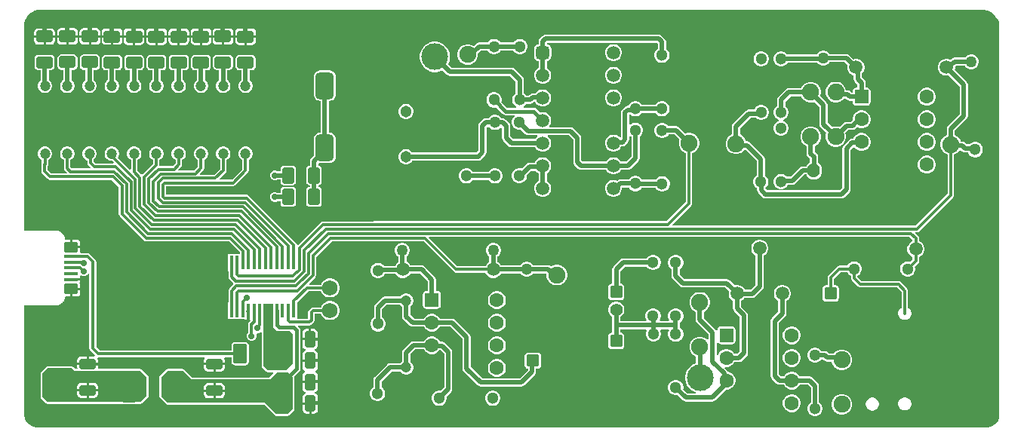
<source format=gtl>
G04*
G04 #@! TF.GenerationSoftware,Altium Limited,Altium Designer,21.4.1 (30)*
G04*
G04 Layer_Physical_Order=1*
G04 Layer_Color=255*
%FSLAX25Y25*%
%MOIN*%
G70*
G04*
G04 #@! TF.SameCoordinates,FC640E17-02D6-4239-B4BA-C34357C3BEDB*
G04*
G04*
G04 #@! TF.FilePolarity,Positive*
G04*
G01*
G75*
%ADD17C,0.01181*%
G04:AMPARAMS|DCode=21|XSize=86.61mil|YSize=59.06mil|CornerRadius=7.38mil|HoleSize=0mil|Usage=FLASHONLY|Rotation=270.000|XOffset=0mil|YOffset=0mil|HoleType=Round|Shape=RoundedRectangle|*
%AMROUNDEDRECTD21*
21,1,0.08661,0.04429,0,0,270.0*
21,1,0.07185,0.05906,0,0,270.0*
1,1,0.01476,-0.02215,-0.03593*
1,1,0.01476,-0.02215,0.03593*
1,1,0.01476,0.02215,0.03593*
1,1,0.01476,0.02215,-0.03593*
%
%ADD21ROUNDEDRECTD21*%
%ADD22C,0.05000*%
G04:AMPARAMS|DCode=23|XSize=59.06mil|YSize=13.78mil|CornerRadius=1.38mil|HoleSize=0mil|Usage=FLASHONLY|Rotation=0.000|XOffset=0mil|YOffset=0mil|HoleType=Round|Shape=RoundedRectangle|*
%AMROUNDEDRECTD23*
21,1,0.05906,0.01102,0,0,0.0*
21,1,0.05630,0.01378,0,0,0.0*
1,1,0.00276,0.02815,-0.00551*
1,1,0.00276,-0.02815,-0.00551*
1,1,0.00276,-0.02815,0.00551*
1,1,0.00276,0.02815,0.00551*
%
%ADD23ROUNDEDRECTD23*%
G04:AMPARAMS|DCode=24|XSize=59.06mil|YSize=47.24mil|CornerRadius=4.72mil|HoleSize=0mil|Usage=FLASHONLY|Rotation=0.000|XOffset=0mil|YOffset=0mil|HoleType=Round|Shape=RoundedRectangle|*
%AMROUNDEDRECTD24*
21,1,0.05906,0.03780,0,0,0.0*
21,1,0.04961,0.04724,0,0,0.0*
1,1,0.00945,0.02480,-0.01890*
1,1,0.00945,-0.02480,-0.01890*
1,1,0.00945,-0.02480,0.01890*
1,1,0.00945,0.02480,0.01890*
%
%ADD24ROUNDEDRECTD24*%
G04:AMPARAMS|DCode=25|XSize=70.87mil|YSize=45.28mil|CornerRadius=5.66mil|HoleSize=0mil|Usage=FLASHONLY|Rotation=90.000|XOffset=0mil|YOffset=0mil|HoleType=Round|Shape=RoundedRectangle|*
%AMROUNDEDRECTD25*
21,1,0.07087,0.03396,0,0,90.0*
21,1,0.05955,0.04528,0,0,90.0*
1,1,0.01132,0.01698,0.02977*
1,1,0.01132,0.01698,-0.02977*
1,1,0.01132,-0.01698,-0.02977*
1,1,0.01132,-0.01698,0.02977*
%
%ADD25ROUNDEDRECTD25*%
G04:AMPARAMS|DCode=26|XSize=70.87mil|YSize=51.18mil|CornerRadius=6.4mil|HoleSize=0mil|Usage=FLASHONLY|Rotation=90.000|XOffset=0mil|YOffset=0mil|HoleType=Round|Shape=RoundedRectangle|*
%AMROUNDEDRECTD26*
21,1,0.07087,0.03839,0,0,90.0*
21,1,0.05807,0.05118,0,0,90.0*
1,1,0.01280,0.01919,0.02904*
1,1,0.01280,0.01919,-0.02904*
1,1,0.01280,-0.01919,-0.02904*
1,1,0.01280,-0.01919,0.02904*
%
%ADD26ROUNDEDRECTD26*%
%ADD27R,0.01713X0.05906*%
G04:AMPARAMS|DCode=28|XSize=70.87mil|YSize=51.18mil|CornerRadius=6.4mil|HoleSize=0mil|Usage=FLASHONLY|Rotation=0.000|XOffset=0mil|YOffset=0mil|HoleType=Round|Shape=RoundedRectangle|*
%AMROUNDEDRECTD28*
21,1,0.07087,0.03839,0,0,0.0*
21,1,0.05807,0.05118,0,0,0.0*
1,1,0.01280,0.02904,-0.01919*
1,1,0.01280,-0.02904,-0.01919*
1,1,0.01280,-0.02904,0.01919*
1,1,0.01280,0.02904,0.01919*
%
%ADD28ROUNDEDRECTD28*%
G04:AMPARAMS|DCode=29|XSize=480.31mil|YSize=383.86mil|CornerRadius=19.19mil|HoleSize=0mil|Usage=FLASHONLY|Rotation=0.000|XOffset=0mil|YOffset=0mil|HoleType=Round|Shape=RoundedRectangle|*
%AMROUNDEDRECTD29*
21,1,0.48031,0.34547,0,0,0.0*
21,1,0.44193,0.38386,0,0,0.0*
1,1,0.03839,0.22097,-0.17274*
1,1,0.03839,-0.22097,-0.17274*
1,1,0.03839,-0.22097,0.17274*
1,1,0.03839,0.22097,0.17274*
%
%ADD29ROUNDEDRECTD29*%
G04:AMPARAMS|DCode=30|XSize=137.8mil|YSize=62.99mil|CornerRadius=7.87mil|HoleSize=0mil|Usage=FLASHONLY|Rotation=270.000|XOffset=0mil|YOffset=0mil|HoleType=Round|Shape=RoundedRectangle|*
%AMROUNDEDRECTD30*
21,1,0.13780,0.04724,0,0,270.0*
21,1,0.12205,0.06299,0,0,270.0*
1,1,0.01575,-0.02362,-0.06102*
1,1,0.01575,-0.02362,0.06102*
1,1,0.01575,0.02362,0.06102*
1,1,0.01575,0.02362,-0.06102*
%
%ADD30ROUNDEDRECTD30*%
G04:AMPARAMS|DCode=31|XSize=70.87mil|YSize=45.28mil|CornerRadius=5.66mil|HoleSize=0mil|Usage=FLASHONLY|Rotation=180.000|XOffset=0mil|YOffset=0mil|HoleType=Round|Shape=RoundedRectangle|*
%AMROUNDEDRECTD31*
21,1,0.07087,0.03396,0,0,180.0*
21,1,0.05955,0.04528,0,0,180.0*
1,1,0.01132,-0.02977,0.01698*
1,1,0.01132,0.02977,0.01698*
1,1,0.01132,0.02977,-0.01698*
1,1,0.01132,-0.02977,-0.01698*
%
%ADD31ROUNDEDRECTD31*%
%ADD61C,0.01968*%
%ADD62C,0.01693*%
%ADD63C,0.01378*%
%ADD64C,0.05118*%
%ADD65C,0.05906*%
%ADD66O,0.05512X0.06299*%
%ADD67C,0.11811*%
%ADD68C,0.07500*%
G04:AMPARAMS|DCode=69|XSize=62.99mil|YSize=62.99mil|CornerRadius=7.87mil|HoleSize=0mil|Usage=FLASHONLY|Rotation=0.000|XOffset=0mil|YOffset=0mil|HoleType=Round|Shape=RoundedRectangle|*
%AMROUNDEDRECTD69*
21,1,0.06299,0.04724,0,0,0.0*
21,1,0.04724,0.06299,0,0,0.0*
1,1,0.01575,0.02362,-0.02362*
1,1,0.01575,-0.02362,-0.02362*
1,1,0.01575,-0.02362,0.02362*
1,1,0.01575,0.02362,0.02362*
%
%ADD69ROUNDEDRECTD69*%
%ADD70C,0.06299*%
%ADD71C,0.05600*%
G04:AMPARAMS|DCode=72|XSize=56mil|YSize=56mil|CornerRadius=7mil|HoleSize=0mil|Usage=FLASHONLY|Rotation=270.000|XOffset=0mil|YOffset=0mil|HoleType=Round|Shape=RoundedRectangle|*
%AMROUNDEDRECTD72*
21,1,0.05600,0.04200,0,0,270.0*
21,1,0.04200,0.05600,0,0,270.0*
1,1,0.01400,-0.02100,-0.02100*
1,1,0.01400,-0.02100,0.02100*
1,1,0.01400,0.02100,0.02100*
1,1,0.01400,0.02100,-0.02100*
%
%ADD72ROUNDEDRECTD72*%
G04:AMPARAMS|DCode=73|XSize=94.49mil|YSize=62.99mil|CornerRadius=15.75mil|HoleSize=0mil|Usage=FLASHONLY|Rotation=0.000|XOffset=0mil|YOffset=0mil|HoleType=Round|Shape=RoundedRectangle|*
%AMROUNDEDRECTD73*
21,1,0.09449,0.03150,0,0,0.0*
21,1,0.06299,0.06299,0,0,0.0*
1,1,0.03150,0.03150,-0.01575*
1,1,0.03150,-0.03150,-0.01575*
1,1,0.03150,-0.03150,0.01575*
1,1,0.03150,0.03150,0.01575*
%
%ADD73ROUNDEDRECTD73*%
G04:AMPARAMS|DCode=74|XSize=59.06mil|YSize=59.06mil|CornerRadius=14.76mil|HoleSize=0mil|Usage=FLASHONLY|Rotation=0.000|XOffset=0mil|YOffset=0mil|HoleType=Round|Shape=RoundedRectangle|*
%AMROUNDEDRECTD74*
21,1,0.05906,0.02953,0,0,0.0*
21,1,0.02953,0.05906,0,0,0.0*
1,1,0.02953,0.01476,-0.01476*
1,1,0.02953,-0.01476,-0.01476*
1,1,0.02953,-0.01476,0.01476*
1,1,0.02953,0.01476,0.01476*
%
%ADD74ROUNDEDRECTD74*%
%ADD75C,0.05130*%
G04:AMPARAMS|DCode=76|XSize=56mil|YSize=56mil|CornerRadius=7mil|HoleSize=0mil|Usage=FLASHONLY|Rotation=0.000|XOffset=0mil|YOffset=0mil|HoleType=Round|Shape=RoundedRectangle|*
%AMROUNDEDRECTD76*
21,1,0.05600,0.04200,0,0,0.0*
21,1,0.04200,0.05600,0,0,0.0*
1,1,0.01400,0.02100,-0.02100*
1,1,0.01400,-0.02100,-0.02100*
1,1,0.01400,-0.02100,0.02100*
1,1,0.01400,0.02100,0.02100*
%
%ADD76ROUNDEDRECTD76*%
%ADD77C,0.04724*%
G04:AMPARAMS|DCode=78|XSize=118.11mil|YSize=82.68mil|CornerRadius=20.67mil|HoleSize=0mil|Usage=FLASHONLY|Rotation=90.000|XOffset=0mil|YOffset=0mil|HoleType=Round|Shape=RoundedRectangle|*
%AMROUNDEDRECTD78*
21,1,0.11811,0.04134,0,0,90.0*
21,1,0.07677,0.08268,0,0,90.0*
1,1,0.04134,0.02067,0.03839*
1,1,0.04134,0.02067,-0.03839*
1,1,0.04134,-0.02067,-0.03839*
1,1,0.04134,-0.02067,0.03839*
%
%ADD78ROUNDEDRECTD78*%
%ADD79C,0.06890*%
%ADD80C,0.02756*%
G36*
X424392Y185801D02*
X425131D01*
X426580Y185512D01*
X427946Y184947D01*
X429175Y184126D01*
X430221Y183080D01*
X431042Y181851D01*
X431607Y180485D01*
X431896Y179036D01*
Y178297D01*
X431901Y7005D01*
Y6434D01*
X431678Y5313D01*
X431241Y4257D01*
X430606Y3307D01*
X429798Y2499D01*
X428848Y1864D01*
X427792Y1427D01*
X426673Y1204D01*
X426103Y1206D01*
X426102Y1206D01*
X426100Y1206D01*
X6983Y1322D01*
X6983Y1322D01*
X6982Y1322D01*
X6413D01*
X5297Y1544D01*
X4245Y1980D01*
X3299Y2612D01*
X2494Y3417D01*
X1862Y4364D01*
X1426Y5415D01*
X1204Y6532D01*
Y7101D01*
X1207Y55200D01*
X15110D01*
X15226Y55224D01*
X15345D01*
X15953Y55345D01*
X16063Y55390D01*
X16179Y55413D01*
X16752Y55651D01*
X16851Y55717D01*
X16961Y55762D01*
X17477Y56107D01*
X17560Y56190D01*
X17659Y56256D01*
X18098Y56695D01*
X18164Y56794D01*
X18248Y56877D01*
X18592Y57393D01*
X18638Y57503D01*
X18703Y57602D01*
X18941Y58175D01*
X18964Y58291D01*
X19010Y58401D01*
X19130Y59009D01*
X19420Y59116D01*
X21400D01*
Y62507D01*
X21900D01*
Y63007D01*
X25882D01*
Y64397D01*
X25767Y64971D01*
X25552Y65294D01*
X25787Y65646D01*
X25875Y66090D01*
Y66141D01*
X21900D01*
Y67141D01*
X25875D01*
Y67192D01*
X25787Y67636D01*
X25626Y67876D01*
X25741Y68253D01*
X26217Y68452D01*
X26977Y68137D01*
X27838D01*
X28634Y68467D01*
X29243Y69076D01*
X29395Y69442D01*
X29895Y69343D01*
Y36300D01*
X30009Y35724D01*
X30336Y35236D01*
X32432Y33139D01*
X32186Y32678D01*
X32077Y32700D01*
X29600D01*
Y29906D01*
X33674D01*
Y31103D01*
X33552Y31714D01*
X33383Y31968D01*
X33684Y32418D01*
X33800Y32395D01*
X80568D01*
X80835Y31895D01*
X80648Y31614D01*
X80526Y31003D01*
Y29805D01*
X85100D01*
X89674D01*
Y31003D01*
X89552Y31614D01*
X89365Y31895D01*
X89632Y32395D01*
X92730D01*
Y30307D01*
X92848Y29712D01*
X93186Y29208D01*
X93690Y28870D01*
X94285Y28752D01*
X98715D01*
X99310Y28870D01*
X99814Y29208D01*
X100152Y29712D01*
X100270Y30307D01*
Y37492D01*
X100152Y38088D01*
X99814Y38592D01*
X99310Y38930D01*
X98715Y39048D01*
X94285D01*
X93690Y38930D01*
X93186Y38592D01*
X92848Y38088D01*
X92730Y37492D01*
Y35405D01*
X34424D01*
X32905Y36924D01*
Y74500D01*
X32791Y75076D01*
X32464Y75564D01*
X30068Y77961D01*
X29579Y78288D01*
X29003Y78402D01*
X26226D01*
X25838Y78902D01*
X25882Y79121D01*
Y80511D01*
X21900D01*
Y81011D01*
X21400D01*
Y84402D01*
X19420D01*
X19130Y84509D01*
X19010Y85117D01*
X18964Y85227D01*
X18941Y85343D01*
X18703Y85917D01*
X18638Y86015D01*
X18592Y86125D01*
X18248Y86641D01*
X18164Y86724D01*
X18098Y86823D01*
X17659Y87262D01*
X17560Y87328D01*
X17477Y87411D01*
X16961Y87756D01*
X16851Y87802D01*
X16752Y87867D01*
X16179Y88105D01*
X16063Y88128D01*
X15953Y88174D01*
X15345Y88295D01*
X15226D01*
X15110Y88318D01*
X1563D01*
X1209Y88671D01*
X1215Y179352D01*
X1215Y179352D01*
X1215Y179352D01*
Y179987D01*
X1463Y181234D01*
X1949Y182408D01*
X2655Y183465D01*
X3554Y184363D01*
X4611Y185069D01*
X5785Y185556D01*
X7031Y185804D01*
X7667D01*
X424392Y185801D01*
D02*
G37*
%LPC*%
G36*
X33038Y177775D02*
X30634D01*
Y174684D01*
X34710D01*
Y176103D01*
X34582Y176743D01*
X34220Y177286D01*
X33678Y177648D01*
X33038Y177775D01*
D02*
G37*
G36*
X29634D02*
X27231D01*
X26591Y177648D01*
X26048Y177286D01*
X25686Y176743D01*
X25559Y176103D01*
Y174684D01*
X29634D01*
Y177775D01*
D02*
G37*
G36*
X23115D02*
X20711D01*
Y174684D01*
X24787D01*
Y176103D01*
X24660Y176743D01*
X24297Y177286D01*
X23755Y177648D01*
X23115Y177775D01*
D02*
G37*
G36*
X19712D02*
X17308D01*
X16668Y177648D01*
X16126Y177286D01*
X15763Y176743D01*
X15636Y176103D01*
Y174684D01*
X19712D01*
Y177775D01*
D02*
G37*
G36*
X91803Y177708D02*
X89400D01*
Y174617D01*
X93475D01*
Y176037D01*
X93348Y176676D01*
X92986Y177219D01*
X92443Y177581D01*
X91803Y177708D01*
D02*
G37*
G36*
X88400D02*
X85997D01*
X85357Y177581D01*
X84814Y177219D01*
X84452Y176676D01*
X84325Y176037D01*
Y174617D01*
X88400D01*
Y177708D01*
D02*
G37*
G36*
X13003D02*
X10600D01*
Y174617D01*
X14675D01*
Y176037D01*
X14548Y176676D01*
X14186Y177219D01*
X13643Y177581D01*
X13003Y177708D01*
D02*
G37*
G36*
X9600D02*
X7197D01*
X6557Y177581D01*
X6014Y177219D01*
X5652Y176676D01*
X5525Y176037D01*
Y174617D01*
X9600D01*
Y177708D01*
D02*
G37*
G36*
X42799Y177654D02*
X40396D01*
Y174563D01*
X44471D01*
Y175982D01*
X44344Y176622D01*
X43982Y177165D01*
X43439Y177527D01*
X42799Y177654D01*
D02*
G37*
G36*
X39396D02*
X36992D01*
X36353Y177527D01*
X35810Y177165D01*
X35448Y176622D01*
X35321Y175982D01*
Y174563D01*
X39396D01*
Y177654D01*
D02*
G37*
G36*
X101804Y177600D02*
X99400D01*
Y174509D01*
X103475D01*
Y175928D01*
X103348Y176568D01*
X102986Y177110D01*
X102443Y177473D01*
X101804Y177600D01*
D02*
G37*
G36*
X98400D02*
X95996D01*
X95357Y177473D01*
X94814Y177110D01*
X94452Y176568D01*
X94325Y175928D01*
Y174509D01*
X98400D01*
Y177600D01*
D02*
G37*
G36*
X82104D02*
X79700D01*
Y174509D01*
X83775D01*
Y175928D01*
X83648Y176568D01*
X83286Y177110D01*
X82743Y177473D01*
X82104Y177600D01*
D02*
G37*
G36*
X78700D02*
X76297D01*
X75657Y177473D01*
X75114Y177110D01*
X74752Y176568D01*
X74625Y175928D01*
Y174509D01*
X78700D01*
Y177600D01*
D02*
G37*
G36*
X72303D02*
X69900D01*
Y174509D01*
X73975D01*
Y175928D01*
X73848Y176568D01*
X73486Y177110D01*
X72943Y177473D01*
X72303Y177600D01*
D02*
G37*
G36*
X68900D02*
X66496D01*
X65857Y177473D01*
X65314Y177110D01*
X64952Y176568D01*
X64825Y175928D01*
Y174509D01*
X68900D01*
Y177600D01*
D02*
G37*
G36*
X62404D02*
X60000D01*
Y174509D01*
X64075D01*
Y175928D01*
X63948Y176568D01*
X63586Y177110D01*
X63043Y177473D01*
X62404Y177600D01*
D02*
G37*
G36*
X59000D02*
X56596D01*
X55957Y177473D01*
X55414Y177110D01*
X55052Y176568D01*
X54925Y175928D01*
Y174509D01*
X59000D01*
Y177600D01*
D02*
G37*
G36*
X52504D02*
X50100D01*
Y174509D01*
X54175D01*
Y175928D01*
X54048Y176568D01*
X53686Y177110D01*
X53143Y177473D01*
X52504Y177600D01*
D02*
G37*
G36*
X49100D02*
X46696D01*
X46057Y177473D01*
X45514Y177110D01*
X45152Y176568D01*
X45025Y175928D01*
Y174509D01*
X49100D01*
Y177600D01*
D02*
G37*
G36*
X220441Y173068D02*
X219559D01*
X218708Y172840D01*
X217945Y172400D01*
X217322Y171777D01*
X217176Y171523D01*
X211418D01*
X211278Y171766D01*
X210655Y172389D01*
X209892Y172829D01*
X209041Y173057D01*
X208159D01*
X207308Y172829D01*
X206545Y172389D01*
X205922Y171766D01*
X205779Y171517D01*
X202065D01*
X201374Y171380D01*
X200788Y170988D01*
X199651Y169851D01*
X198751Y170371D01*
X197597Y170680D01*
X196403D01*
X195249Y170371D01*
X194214Y169773D01*
X193369Y168929D01*
X192772Y167894D01*
X192463Y166740D01*
Y165545D01*
X192772Y164391D01*
X193369Y163356D01*
X194214Y162512D01*
X195249Y161914D01*
X196403Y161605D01*
X197597D01*
X198751Y161914D01*
X199786Y162512D01*
X200631Y163356D01*
X201228Y164391D01*
X201537Y165545D01*
Y166629D01*
X202814Y167905D01*
X205779D01*
X205922Y167656D01*
X206545Y167033D01*
X207308Y166593D01*
X208159Y166365D01*
X209041D01*
X209892Y166593D01*
X210655Y167033D01*
X211278Y167656D01*
X211424Y167910D01*
X217182D01*
X217322Y167667D01*
X217945Y167044D01*
X218708Y166604D01*
X219559Y166376D01*
X220441D01*
X221292Y166604D01*
X222055Y167044D01*
X222678Y167667D01*
X223118Y168430D01*
X223346Y169281D01*
Y170163D01*
X223118Y171014D01*
X222678Y171777D01*
X222055Y172400D01*
X221292Y172840D01*
X220441Y173068D01*
D02*
G37*
G36*
X34710Y173684D02*
X30634D01*
Y170593D01*
X33038D01*
X33678Y170720D01*
X34220Y171082D01*
X34582Y171625D01*
X34710Y172265D01*
Y173684D01*
D02*
G37*
G36*
X29634D02*
X25559D01*
Y172265D01*
X25686Y171625D01*
X26048Y171082D01*
X26591Y170720D01*
X27231Y170593D01*
X29634D01*
Y173684D01*
D02*
G37*
G36*
X24787D02*
X20711D01*
Y170593D01*
X23115D01*
X23755Y170720D01*
X24297Y171082D01*
X24660Y171625D01*
X24787Y172265D01*
Y173684D01*
D02*
G37*
G36*
X19712D02*
X15636D01*
Y172265D01*
X15763Y171625D01*
X16126Y171082D01*
X16668Y170720D01*
X17308Y170593D01*
X19712D01*
Y173684D01*
D02*
G37*
G36*
X93475Y173617D02*
X89400D01*
Y170526D01*
X91803D01*
X92443Y170653D01*
X92986Y171016D01*
X93348Y171558D01*
X93475Y172198D01*
Y173617D01*
D02*
G37*
G36*
X88400D02*
X84325D01*
Y172198D01*
X84452Y171558D01*
X84814Y171016D01*
X85357Y170653D01*
X85997Y170526D01*
X88400D01*
Y173617D01*
D02*
G37*
G36*
X14675D02*
X10600D01*
Y170526D01*
X13003D01*
X13643Y170653D01*
X14186Y171016D01*
X14548Y171558D01*
X14675Y172198D01*
Y173617D01*
D02*
G37*
G36*
X9600D02*
X5525D01*
Y172198D01*
X5652Y171558D01*
X6014Y171016D01*
X6557Y170653D01*
X7197Y170526D01*
X9600D01*
Y173617D01*
D02*
G37*
G36*
X44471Y173563D02*
X40396D01*
Y170472D01*
X42799D01*
X43439Y170599D01*
X43982Y170962D01*
X44344Y171504D01*
X44471Y172144D01*
Y173563D01*
D02*
G37*
G36*
X39396D02*
X35321D01*
Y172144D01*
X35448Y171504D01*
X35810Y170962D01*
X36353Y170599D01*
X36992Y170472D01*
X39396D01*
Y173563D01*
D02*
G37*
G36*
X103475Y173509D02*
X99400D01*
Y170417D01*
X101804D01*
X102443Y170545D01*
X102986Y170907D01*
X103348Y171450D01*
X103475Y172089D01*
Y173509D01*
D02*
G37*
G36*
X98400D02*
X94325D01*
Y172089D01*
X94452Y171450D01*
X94814Y170907D01*
X95357Y170545D01*
X95996Y170417D01*
X98400D01*
Y173509D01*
D02*
G37*
G36*
X83775D02*
X79700D01*
Y170417D01*
X82104D01*
X82743Y170545D01*
X83286Y170907D01*
X83648Y171450D01*
X83775Y172089D01*
Y173509D01*
D02*
G37*
G36*
X78700D02*
X74625D01*
Y172089D01*
X74752Y171450D01*
X75114Y170907D01*
X75657Y170545D01*
X76297Y170417D01*
X78700D01*
Y173509D01*
D02*
G37*
G36*
X73975D02*
X69900D01*
Y170417D01*
X72303D01*
X72943Y170545D01*
X73486Y170907D01*
X73848Y171450D01*
X73975Y172089D01*
Y173509D01*
D02*
G37*
G36*
X68900D02*
X64825D01*
Y172089D01*
X64952Y171450D01*
X65314Y170907D01*
X65857Y170545D01*
X66496Y170417D01*
X68900D01*
Y173509D01*
D02*
G37*
G36*
X64075D02*
X60000D01*
Y170417D01*
X62404D01*
X63043Y170545D01*
X63586Y170907D01*
X63948Y171450D01*
X64075Y172089D01*
Y173509D01*
D02*
G37*
G36*
X59000D02*
X54925D01*
Y172089D01*
X55052Y171450D01*
X55414Y170907D01*
X55957Y170545D01*
X56596Y170417D01*
X59000D01*
Y173509D01*
D02*
G37*
G36*
X54175D02*
X50100D01*
Y170417D01*
X52504D01*
X53143Y170545D01*
X53686Y170907D01*
X54048Y171450D01*
X54175Y172089D01*
Y173509D01*
D02*
G37*
G36*
X49100D02*
X45025D01*
Y172089D01*
X45152Y171450D01*
X45514Y170907D01*
X46057Y170545D01*
X46696Y170417D01*
X49100D01*
Y173509D01*
D02*
G37*
G36*
X354533Y167887D02*
X353667D01*
X352831Y167663D01*
X352081Y167231D01*
X351469Y166619D01*
X351235Y166212D01*
X338109D01*
X338078Y166266D01*
X337455Y166889D01*
X336692Y167329D01*
X335841Y167558D01*
X334959D01*
X334108Y167329D01*
X333345Y166889D01*
X332722Y166266D01*
X332282Y165503D01*
X332053Y164652D01*
Y163770D01*
X332282Y162919D01*
X332722Y162156D01*
X333345Y161533D01*
X334108Y161093D01*
X334959Y160865D01*
X335841D01*
X336692Y161093D01*
X337455Y161533D01*
X338078Y162156D01*
X338334Y162599D01*
X351459D01*
X351469Y162582D01*
X352081Y161969D01*
X352831Y161537D01*
X353667Y161313D01*
X354533D01*
X355369Y161537D01*
X356118Y161969D01*
X356731Y162582D01*
X356853Y162794D01*
X363500D01*
X364874Y161419D01*
X364760Y160992D01*
Y160008D01*
X365015Y159056D01*
X365507Y158203D01*
X366203Y157507D01*
X367056Y157015D01*
X367447Y156910D01*
Y155349D01*
X367584Y154658D01*
X367976Y154072D01*
X369194Y152854D01*
Y151468D01*
X368638D01*
X368023Y151346D01*
X367502Y150998D01*
X367154Y150477D01*
X367032Y149862D01*
Y149382D01*
X366532Y149338D01*
X366108Y149761D01*
X365522Y150153D01*
X364831Y150291D01*
X364097D01*
X363828Y151294D01*
X363231Y152329D01*
X362386Y153173D01*
X361351Y153771D01*
X360197Y154080D01*
X359003D01*
X357849Y153771D01*
X356814Y153173D01*
X355969Y152329D01*
X355372Y151294D01*
X355063Y150140D01*
Y148945D01*
X355372Y147791D01*
X355969Y146756D01*
X356814Y145912D01*
X357849Y145314D01*
X359003Y145005D01*
X360197D01*
X361351Y145314D01*
X362386Y145912D01*
X363152Y146678D01*
X364083D01*
X364538Y146223D01*
X365124Y145831D01*
X365815Y145694D01*
X367032D01*
Y145138D01*
X367154Y144523D01*
X367502Y144002D01*
X368023Y143654D01*
X368638Y143532D01*
X373362D01*
X373977Y143654D01*
X374498Y144002D01*
X374846Y144523D01*
X374968Y145138D01*
Y149862D01*
X374846Y150477D01*
X374498Y150998D01*
X373977Y151346D01*
X373362Y151468D01*
X372806D01*
Y153602D01*
X372669Y154294D01*
X372277Y154880D01*
X371060Y156097D01*
Y157770D01*
X371493Y158203D01*
X371985Y159056D01*
X372240Y160008D01*
Y160992D01*
X371985Y161944D01*
X371493Y162796D01*
X370796Y163493D01*
X369944Y163985D01*
X368992Y164240D01*
X368008D01*
X367341Y164062D01*
X365526Y165877D01*
X364940Y166269D01*
X364248Y166406D01*
X356853D01*
X356731Y166619D01*
X356118Y167231D01*
X355369Y167663D01*
X354533Y167887D01*
D02*
G37*
G36*
X419933Y166287D02*
X419067D01*
X418231Y166063D01*
X417482Y165631D01*
X416869Y165018D01*
X416747Y164806D01*
X412065D01*
X411374Y164669D01*
X410788Y164277D01*
X410294Y163783D01*
X409944Y163985D01*
X408992Y164240D01*
X408008D01*
X407056Y163985D01*
X406204Y163493D01*
X405507Y162796D01*
X405015Y161944D01*
X404760Y160992D01*
Y160008D01*
X405015Y159056D01*
X405507Y158203D01*
X406204Y157507D01*
X407056Y157015D01*
X408008Y156760D01*
X408992D01*
X409539Y156906D01*
X414394Y152052D01*
Y139748D01*
X409123Y134477D01*
X408731Y133891D01*
X408594Y133200D01*
Y130554D01*
X407614Y129988D01*
X406769Y129144D01*
X406172Y128109D01*
X405863Y126955D01*
Y125760D01*
X406172Y124606D01*
X406769Y123572D01*
X407614Y122727D01*
X408649Y122129D01*
X408995Y122037D01*
Y104582D01*
X394861Y90448D01*
X287488D01*
X287297Y90910D01*
X295793Y99407D01*
X296098Y99862D01*
X296205Y100400D01*
Y122636D01*
X296551Y122729D01*
X297586Y123327D01*
X298431Y124171D01*
X299028Y125206D01*
X299337Y126360D01*
Y127555D01*
X299028Y128709D01*
X298431Y129744D01*
X297586Y130588D01*
X296551Y131186D01*
X295397Y131495D01*
X294203D01*
X293110Y131202D01*
X290413Y133899D01*
X289827Y134291D01*
X289135Y134428D01*
X285721D01*
X285578Y134677D01*
X284955Y135300D01*
X284192Y135740D01*
X283341Y135968D01*
X282459D01*
X281608Y135740D01*
X280845Y135300D01*
X280222Y134677D01*
X279782Y133914D01*
X279554Y133063D01*
Y132182D01*
X279782Y131330D01*
X280222Y130567D01*
X280845Y129944D01*
X281608Y129504D01*
X282459Y129276D01*
X283341D01*
X284192Y129504D01*
X284955Y129944D01*
X285578Y130567D01*
X285721Y130816D01*
X288387D01*
X290555Y128647D01*
X290263Y127555D01*
Y126360D01*
X290572Y125206D01*
X291169Y124171D01*
X292014Y123327D01*
X293049Y122729D01*
X293395Y122636D01*
Y100982D01*
X284887Y92474D01*
X155384D01*
X155099Y92417D01*
X133112D01*
X132574Y92310D01*
X132118Y92005D01*
X122053Y81940D01*
X121907Y81945D01*
X121522Y82116D01*
X121446Y82496D01*
X121142Y82952D01*
X100400Y103693D01*
X99944Y103998D01*
X99407Y104105D01*
X63774D01*
Y107995D01*
X93500D01*
X94038Y108102D01*
X94493Y108406D01*
X99849Y113762D01*
X100153Y114217D01*
X100260Y114755D01*
Y119474D01*
X100789Y119780D01*
X101375Y120366D01*
X101790Y121084D01*
X102005Y121885D01*
Y122715D01*
X101790Y123516D01*
X101375Y124234D01*
X100789Y124820D01*
X100071Y125235D01*
X99270Y125450D01*
X98440D01*
X97639Y125235D01*
X96921Y124820D01*
X96335Y124234D01*
X95920Y123516D01*
X95705Y122715D01*
Y121885D01*
X95920Y121084D01*
X96335Y120366D01*
X96921Y119780D01*
X97450Y119474D01*
Y115337D01*
X92918Y110805D01*
X87545D01*
X87354Y111267D01*
X90006Y113919D01*
X90311Y114375D01*
X90418Y114913D01*
Y119474D01*
X90947Y119780D01*
X91533Y120366D01*
X91948Y121084D01*
X92162Y121885D01*
Y122715D01*
X91948Y123516D01*
X91533Y124234D01*
X90947Y124820D01*
X90228Y125235D01*
X89427Y125450D01*
X88598D01*
X87797Y125235D01*
X87079Y124820D01*
X86492Y124234D01*
X86078Y123516D01*
X85863Y122715D01*
Y121885D01*
X86078Y121084D01*
X86492Y120366D01*
X87079Y119780D01*
X87608Y119474D01*
Y115495D01*
X84949Y112836D01*
X78777D01*
X78585Y113298D01*
X80164Y114877D01*
X80468Y115332D01*
X80575Y115870D01*
Y119474D01*
X81104Y119780D01*
X81690Y120366D01*
X82105Y121084D01*
X82320Y121885D01*
Y122715D01*
X82105Y123516D01*
X81690Y124234D01*
X81104Y124820D01*
X80386Y125235D01*
X79585Y125450D01*
X78755D01*
X77954Y125235D01*
X77236Y124820D01*
X76650Y124234D01*
X76235Y123516D01*
X76020Y122715D01*
Y121885D01*
X76235Y121084D01*
X76650Y120366D01*
X77236Y119780D01*
X77765Y119474D01*
Y116452D01*
X76118Y114805D01*
X69345D01*
X69154Y115267D01*
X70321Y116434D01*
X70626Y116890D01*
X70732Y117428D01*
Y119474D01*
X71262Y119780D01*
X71848Y120366D01*
X72263Y121084D01*
X72477Y121885D01*
Y122715D01*
X72263Y123516D01*
X71848Y124234D01*
X71262Y124820D01*
X70543Y125235D01*
X69742Y125450D01*
X68913D01*
X68112Y125235D01*
X67394Y124820D01*
X66807Y124234D01*
X66393Y123516D01*
X66178Y122715D01*
Y121885D01*
X66393Y121084D01*
X66807Y120366D01*
X67394Y119780D01*
X67923Y119474D01*
Y118009D01*
X66686Y116773D01*
X61182D01*
X60865Y117160D01*
X60890Y117285D01*
Y119474D01*
X61419Y119780D01*
X62005Y120366D01*
X62420Y121084D01*
X62635Y121885D01*
Y122715D01*
X62420Y123516D01*
X62005Y124234D01*
X61419Y124820D01*
X60701Y125235D01*
X59900Y125450D01*
X59070D01*
X58269Y125235D01*
X57551Y124820D01*
X56965Y124234D01*
X56550Y123516D01*
X56335Y122715D01*
Y121885D01*
X56550Y121084D01*
X56965Y120366D01*
X57551Y119780D01*
X58080Y119474D01*
Y117867D01*
X53416Y113203D01*
X52745Y113167D01*
X51047Y114865D01*
Y119474D01*
X51576Y119780D01*
X52163Y120366D01*
X52578Y121084D01*
X52792Y121885D01*
Y122715D01*
X52578Y123516D01*
X52163Y124234D01*
X51576Y124820D01*
X50858Y125235D01*
X50057Y125450D01*
X49228D01*
X48427Y125235D01*
X47709Y124820D01*
X47122Y124234D01*
X46708Y123516D01*
X46493Y122715D01*
Y121885D01*
X46708Y121084D01*
X47122Y120366D01*
X47709Y119780D01*
X48238Y119474D01*
Y115544D01*
X47776Y115352D01*
X42482Y120646D01*
X42735Y121084D01*
X42950Y121885D01*
Y122715D01*
X42735Y123516D01*
X42320Y124234D01*
X41734Y124820D01*
X41016Y125235D01*
X40215Y125450D01*
X39385D01*
X38584Y125235D01*
X37866Y124820D01*
X37280Y124234D01*
X36865Y123516D01*
X36650Y122715D01*
Y121885D01*
X36865Y121084D01*
X37280Y120366D01*
X37866Y119780D01*
X38584Y119365D01*
X39385Y119150D01*
X40004D01*
X40687Y118467D01*
X40496Y118005D01*
X32582D01*
X31839Y118748D01*
Y119749D01*
X31891Y119780D01*
X32478Y120366D01*
X32892Y121084D01*
X33107Y121885D01*
Y122715D01*
X32892Y123516D01*
X32478Y124234D01*
X31891Y124820D01*
X31173Y125235D01*
X30372Y125450D01*
X29543D01*
X28742Y125235D01*
X28024Y124820D01*
X27437Y124234D01*
X27022Y123516D01*
X26808Y122715D01*
Y121885D01*
X27022Y121084D01*
X27437Y120366D01*
X28024Y119780D01*
X28742Y119365D01*
X29029Y119288D01*
Y118166D01*
X29136Y117629D01*
X29440Y117173D01*
X30346Y116267D01*
X30155Y115805D01*
X22082D01*
X21520Y116367D01*
Y119474D01*
X22049Y119780D01*
X22635Y120366D01*
X23050Y121084D01*
X23265Y121885D01*
Y122715D01*
X23050Y123516D01*
X22635Y124234D01*
X22049Y124820D01*
X21331Y125235D01*
X20530Y125450D01*
X19700D01*
X18899Y125235D01*
X18181Y124820D01*
X17595Y124234D01*
X17180Y123516D01*
X16965Y122715D01*
Y121885D01*
X17180Y121084D01*
X17595Y120366D01*
X18181Y119780D01*
X18710Y119474D01*
Y115785D01*
X18817Y115247D01*
X19121Y114792D01*
X19930Y113983D01*
X19921Y113924D01*
X19701Y113505D01*
X13082D01*
X11494Y115093D01*
Y117027D01*
X11570Y117141D01*
X11677Y117679D01*
Y119474D01*
X12206Y119780D01*
X12793Y120366D01*
X13207Y121084D01*
X13422Y121885D01*
Y122715D01*
X13207Y123516D01*
X12793Y124234D01*
X12206Y124820D01*
X11488Y125235D01*
X10687Y125450D01*
X9858D01*
X9057Y125235D01*
X8338Y124820D01*
X7752Y124234D01*
X7338Y123516D01*
X7123Y122715D01*
Y121885D01*
X7338Y121084D01*
X7752Y120366D01*
X8338Y119780D01*
X8867Y119474D01*
Y118147D01*
X8791Y118033D01*
X8684Y117495D01*
Y114511D01*
X8791Y113973D01*
X9096Y113517D01*
X11507Y111107D01*
X11962Y110802D01*
X12500Y110695D01*
X19900D01*
X19954Y110706D01*
X20846D01*
X20900Y110695D01*
X39718D01*
X42895Y107518D01*
Y95700D01*
X43002Y95162D01*
X43306Y94707D01*
X54023Y83990D01*
X54479Y83685D01*
X55016Y83578D01*
X91487D01*
X96247Y78818D01*
Y77870D01*
X91008D01*
Y70390D01*
X91247D01*
Y67764D01*
X91354Y67226D01*
X91659Y66770D01*
X93460Y64969D01*
X93352Y64439D01*
X91659Y62745D01*
X91354Y62290D01*
X91247Y61752D01*
Y56610D01*
X91008D01*
Y49130D01*
X98292D01*
Y48917D01*
X99648D01*
Y52870D01*
X100648D01*
Y48917D01*
X100805D01*
X101012Y48417D01*
X100476Y47881D01*
X100171Y47425D01*
X100064Y46888D01*
Y43347D01*
X99694Y42976D01*
X99364Y42180D01*
Y41319D01*
X99694Y40523D01*
X100303Y39914D01*
X101099Y39584D01*
X101960D01*
X102756Y39914D01*
X103365Y40523D01*
X103695Y41319D01*
Y42180D01*
X103568Y42487D01*
X103646Y42641D01*
X103923Y42935D01*
X104656D01*
X105452Y43264D01*
X105535Y43348D01*
X105997Y43156D01*
Y28300D01*
X106058Y27993D01*
X106232Y27732D01*
X106232Y27732D01*
X108032Y25932D01*
X108293Y25758D01*
X108600Y25697D01*
X111009D01*
X111200Y25235D01*
X109267Y23303D01*
X75268D01*
X71695Y26875D01*
X71695Y26876D01*
X71694Y26877D01*
X71566Y26962D01*
X71435Y27049D01*
X71434Y27049D01*
X71433Y27050D01*
X71281Y27080D01*
X71128Y27110D01*
X71127Y27110D01*
X71126Y27110D01*
X69665Y27107D01*
X69662Y27108D01*
X64938D01*
X64884Y27097D01*
X64392Y27096D01*
X64240Y27066D01*
X64086Y27035D01*
X64086Y27035D01*
X64085Y27035D01*
X63953Y26946D01*
X63826Y26861D01*
X63825Y26860D01*
X63825Y26860D01*
X63825Y26860D01*
X61032Y24068D01*
X60858Y23807D01*
X60797Y23500D01*
Y15000D01*
X60797Y15000D01*
X60858Y14693D01*
X61032Y14432D01*
X63832Y11632D01*
X64093Y11458D01*
X64400Y11397D01*
X107068D01*
X111932Y6532D01*
X112193Y6358D01*
X112500Y6297D01*
X117385D01*
X117536Y6327D01*
X117687Y6356D01*
X117690Y6358D01*
X117692Y6358D01*
X117821Y6444D01*
X117949Y6528D01*
X120298Y8846D01*
X120299Y8848D01*
X120302Y8850D01*
X120388Y8978D01*
X120474Y9105D01*
X120474Y9108D01*
X120476Y9110D01*
X120506Y9260D01*
X120537Y9412D01*
X120536Y9415D01*
X120537Y9418D01*
X120537Y21400D01*
Y23498D01*
X120537Y23498D01*
X120476Y23805D01*
X120428Y23877D01*
X122578Y26028D01*
X122939Y26568D01*
X123066Y27206D01*
Y44200D01*
X122939Y44837D01*
X122578Y45378D01*
X122023Y45933D01*
X122214Y46395D01*
X127213D01*
X127750Y46502D01*
X128206Y46806D01*
X128898Y47498D01*
X129203Y47954D01*
X129310Y48492D01*
Y51595D01*
X132195D01*
X132256Y51366D01*
X132813Y50401D01*
X133601Y49613D01*
X134566Y49056D01*
X135643Y48768D01*
X136757D01*
X137834Y49056D01*
X138799Y49613D01*
X139587Y50401D01*
X140144Y51366D01*
X140432Y52443D01*
Y53557D01*
X140144Y54634D01*
X139587Y55599D01*
X138799Y56387D01*
X137834Y56944D01*
X136757Y57232D01*
X135643D01*
X134566Y56944D01*
X133601Y56387D01*
X132813Y55599D01*
X132256Y54634D01*
X132195Y54405D01*
X128596D01*
X128059Y54298D01*
X127603Y53993D01*
X126911Y53302D01*
X126607Y52846D01*
X126500Y52308D01*
Y49205D01*
X121792D01*
Y56610D01*
X121792Y56610D01*
X121792D01*
X122007Y57020D01*
X126582Y61595D01*
X132195D01*
X132256Y61366D01*
X132813Y60401D01*
X133601Y59613D01*
X134566Y59056D01*
X135643Y58768D01*
X136757D01*
X137834Y59056D01*
X138799Y59613D01*
X139587Y60401D01*
X140144Y61366D01*
X140432Y62443D01*
Y63557D01*
X140144Y64634D01*
X139587Y65599D01*
X138799Y66387D01*
X137834Y66944D01*
X136757Y67232D01*
X135643D01*
X134566Y66944D01*
X133601Y66387D01*
X132813Y65599D01*
X132256Y64634D01*
X132195Y64405D01*
X127173D01*
X126981Y64867D01*
X129594Y67479D01*
X129898Y67935D01*
X130005Y68472D01*
Y76664D01*
X136983Y83642D01*
X177371D01*
X190907Y70107D01*
X191362Y69802D01*
X191900Y69695D01*
X204804D01*
X204815Y69656D01*
X205307Y68804D01*
X206003Y68107D01*
X206856Y67615D01*
X207808Y67360D01*
X208792D01*
X209744Y67615D01*
X210596Y68107D01*
X211293Y68804D01*
X211608Y69349D01*
X220311D01*
X220422Y69156D01*
X221045Y68533D01*
X221808Y68093D01*
X222659Y67865D01*
X223541D01*
X224392Y68093D01*
X225155Y68533D01*
X225778Y69156D01*
X225921Y69405D01*
X231587D01*
X231863Y69129D01*
Y68045D01*
X232172Y66891D01*
X232769Y65856D01*
X233614Y65012D01*
X234649Y64414D01*
X235803Y64105D01*
X236997D01*
X238151Y64414D01*
X239186Y65012D01*
X240031Y65856D01*
X240628Y66891D01*
X240937Y68045D01*
Y69240D01*
X240628Y70394D01*
X240031Y71429D01*
X239186Y72273D01*
X238151Y72871D01*
X236997Y73180D01*
X235803D01*
X234649Y72871D01*
X233749Y72351D01*
X233612Y72488D01*
X233026Y72880D01*
X232335Y73017D01*
X225921D01*
X225778Y73266D01*
X225155Y73889D01*
X224392Y74329D01*
X223541Y74558D01*
X222659D01*
X221808Y74329D01*
X221045Y73889D01*
X220422Y73266D01*
X220247Y72962D01*
X211544D01*
X211293Y73396D01*
X210596Y74093D01*
X210106Y74376D01*
Y76847D01*
X210318Y76969D01*
X210931Y77582D01*
X211363Y78331D01*
X211587Y79167D01*
Y80033D01*
X211363Y80869D01*
X210931Y81618D01*
X210318Y82231D01*
X209569Y82663D01*
X208733Y82887D01*
X207867D01*
X207031Y82663D01*
X206281Y82231D01*
X205669Y81618D01*
X205237Y80869D01*
X205013Y80033D01*
Y79167D01*
X205237Y78331D01*
X205669Y77582D01*
X206281Y76969D01*
X206494Y76847D01*
Y74376D01*
X206003Y74093D01*
X205307Y73396D01*
X204815Y72544D01*
X204804Y72505D01*
X192482D01*
X179838Y85149D01*
X180030Y85611D01*
X392203D01*
X393554Y84259D01*
Y83596D01*
X393515Y83585D01*
X392663Y83093D01*
X391966Y82397D01*
X391474Y81544D01*
X391219Y80592D01*
Y79608D01*
X391474Y78656D01*
X391966Y77803D01*
X392663Y77107D01*
X393515Y76615D01*
X393554Y76604D01*
Y75423D01*
X392633Y74501D01*
X392603Y74518D01*
X391752Y74747D01*
X390870D01*
X390019Y74518D01*
X389256Y74078D01*
X388633Y73455D01*
X388193Y72692D01*
X387965Y71841D01*
Y70959D01*
X388193Y70108D01*
X388633Y69345D01*
X389256Y68722D01*
X390019Y68282D01*
X390870Y68054D01*
X391752D01*
X392603Y68282D01*
X393366Y68722D01*
X393989Y69345D01*
X394429Y70108D01*
X394657Y70959D01*
Y71841D01*
X394507Y72402D01*
X395953Y73848D01*
X396257Y74303D01*
X396364Y74841D01*
Y76604D01*
X396403Y76615D01*
X397256Y77107D01*
X397952Y77803D01*
X398444Y78656D01*
X398699Y79608D01*
Y80592D01*
X398444Y81544D01*
X397952Y82397D01*
X397256Y83093D01*
X396403Y83585D01*
X396364Y83596D01*
Y84841D01*
X396257Y85379D01*
X395953Y85834D01*
X394611Y87176D01*
X394802Y87638D01*
X395443D01*
X395981Y87745D01*
X396437Y88050D01*
X411393Y103006D01*
X411698Y103462D01*
X411805Y104000D01*
Y122037D01*
X412151Y122129D01*
X413186Y122727D01*
X414031Y123572D01*
X414283Y124008D01*
X414796Y124050D01*
X415431Y123414D01*
X416017Y123023D01*
X416708Y122885D01*
X418058D01*
X418082Y122797D01*
X418522Y122034D01*
X419145Y121411D01*
X419908Y120971D01*
X420759Y120742D01*
X421641D01*
X422492Y120971D01*
X423255Y121411D01*
X423878Y122034D01*
X424318Y122797D01*
X424546Y123648D01*
Y124530D01*
X424318Y125381D01*
X423878Y126144D01*
X423255Y126767D01*
X422492Y127207D01*
X421641Y127435D01*
X420759D01*
X419908Y127207D01*
X419145Y126767D01*
X418876Y126498D01*
X417457D01*
X416770Y127185D01*
X416184Y127576D01*
X415492Y127714D01*
X414734D01*
X414628Y128109D01*
X414031Y129144D01*
X413186Y129988D01*
X412206Y130554D01*
Y132452D01*
X417477Y137723D01*
X417869Y138309D01*
X418006Y139000D01*
Y152800D01*
X417869Y153491D01*
X417477Y154077D01*
X412094Y159461D01*
X412240Y160008D01*
Y160620D01*
X412814Y161194D01*
X416747D01*
X416869Y160982D01*
X417482Y160369D01*
X418231Y159937D01*
X419067Y159713D01*
X419933D01*
X420769Y159937D01*
X421519Y160369D01*
X422131Y160982D01*
X422563Y161731D01*
X422787Y162567D01*
Y163433D01*
X422563Y164269D01*
X422131Y165018D01*
X421519Y165631D01*
X420769Y166063D01*
X419933Y166287D01*
D02*
G37*
G36*
X261892Y170740D02*
X260908D01*
X259956Y170485D01*
X259103Y169993D01*
X258407Y169297D01*
X257915Y168444D01*
X257660Y167492D01*
Y166508D01*
X257915Y165556D01*
X258407Y164704D01*
X259103Y164007D01*
X259956Y163515D01*
X260908Y163260D01*
X261892D01*
X262844Y163515D01*
X263697Y164007D01*
X264393Y164704D01*
X264885Y165556D01*
X265140Y166508D01*
Y167492D01*
X264885Y168444D01*
X264393Y169297D01*
X263697Y169993D01*
X262844Y170485D01*
X261892Y170740D01*
D02*
G37*
G36*
X281504Y174903D02*
X231296D01*
X230605Y174765D01*
X230019Y174374D01*
X228863Y173217D01*
X228471Y172631D01*
X228334Y171940D01*
Y170719D01*
X227781Y170609D01*
X227032Y170108D01*
X226531Y169360D01*
X226356Y168476D01*
Y165524D01*
X226531Y164640D01*
X227032Y163891D01*
X227781Y163391D01*
X228334Y163281D01*
Y160276D01*
X227844Y159993D01*
X227147Y159297D01*
X226655Y158444D01*
X226400Y157492D01*
Y156508D01*
X226655Y155556D01*
X227147Y154703D01*
X227844Y154007D01*
X228696Y153515D01*
X229648Y153260D01*
X230633D01*
X231584Y153515D01*
X232437Y154007D01*
X233133Y154703D01*
X233625Y155556D01*
X233880Y156508D01*
Y157492D01*
X233625Y158444D01*
X233133Y159297D01*
X232437Y159993D01*
X231946Y160276D01*
Y163281D01*
X232500Y163391D01*
X233249Y163891D01*
X233749Y164640D01*
X233925Y165524D01*
Y168476D01*
X233749Y169360D01*
X233249Y170108D01*
X232500Y170609D01*
X231946Y170719D01*
Y171192D01*
X232045Y171290D01*
X280755D01*
X280994Y171052D01*
Y168643D01*
X280745Y168500D01*
X280122Y167877D01*
X279682Y167114D01*
X279453Y166263D01*
Y165382D01*
X279682Y164530D01*
X280122Y163767D01*
X280745Y163144D01*
X281508Y162704D01*
X282359Y162476D01*
X283241D01*
X284092Y162704D01*
X284855Y163144D01*
X285478Y163767D01*
X285918Y164530D01*
X286146Y165382D01*
Y166263D01*
X285918Y167114D01*
X285478Y167877D01*
X284855Y168500D01*
X284606Y168643D01*
Y171800D01*
X284469Y172491D01*
X284077Y173077D01*
X282781Y174374D01*
X282195Y174765D01*
X281504Y174903D01*
D02*
G37*
G36*
X327041Y167558D02*
X326159D01*
X325308Y167329D01*
X324545Y166889D01*
X323922Y166266D01*
X323482Y165503D01*
X323253Y164652D01*
Y163770D01*
X323482Y162919D01*
X323922Y162156D01*
X324545Y161533D01*
X325308Y161093D01*
X326159Y160865D01*
X327041D01*
X327892Y161093D01*
X328655Y161533D01*
X329278Y162156D01*
X329718Y162919D01*
X329946Y163770D01*
Y164652D01*
X329718Y165503D01*
X329278Y166266D01*
X328655Y166889D01*
X327892Y167329D01*
X327041Y167558D01*
D02*
G37*
G36*
X261892Y160740D02*
X260908D01*
X259956Y160485D01*
X259103Y159993D01*
X258407Y159297D01*
X257915Y158444D01*
X257660Y157492D01*
Y156508D01*
X257915Y155556D01*
X258407Y154703D01*
X259103Y154007D01*
X259956Y153515D01*
X260908Y153260D01*
X261892D01*
X262844Y153515D01*
X263697Y154007D01*
X264393Y154703D01*
X264885Y155556D01*
X265140Y156508D01*
Y157492D01*
X264885Y158444D01*
X264393Y159297D01*
X263697Y159993D01*
X262844Y160485D01*
X261892Y160740D01*
D02*
G37*
G36*
X101804Y165966D02*
X95996D01*
X95440Y165855D01*
X94968Y165540D01*
X94652Y165068D01*
X94541Y164511D01*
Y160672D01*
X94652Y160115D01*
X94968Y159643D01*
X95440Y159328D01*
X95996Y159217D01*
X97071D01*
Y154907D01*
X96921Y154820D01*
X96335Y154234D01*
X95920Y153516D01*
X95705Y152715D01*
Y151885D01*
X95920Y151084D01*
X96335Y150366D01*
X96921Y149780D01*
X97639Y149365D01*
X98440Y149150D01*
X99270D01*
X100071Y149365D01*
X100789Y149780D01*
X101375Y150366D01*
X101790Y151084D01*
X102005Y151885D01*
Y152715D01*
X101790Y153516D01*
X101375Y154234D01*
X100789Y154820D01*
X100684Y154881D01*
Y159217D01*
X101804D01*
X102360Y159328D01*
X102832Y159643D01*
X103148Y160115D01*
X103259Y160672D01*
Y164511D01*
X103148Y165068D01*
X102832Y165540D01*
X102360Y165855D01*
X101804Y165966D01*
D02*
G37*
G36*
X91803Y166074D02*
X85997D01*
X85440Y165964D01*
X84967Y165648D01*
X84652Y165176D01*
X84541Y164619D01*
Y160781D01*
X84652Y160224D01*
X84967Y159752D01*
X85440Y159436D01*
X85997Y159326D01*
X87150D01*
Y154861D01*
X87079Y154820D01*
X86492Y154234D01*
X86078Y153516D01*
X85863Y152715D01*
Y151885D01*
X86078Y151084D01*
X86492Y150366D01*
X87079Y149780D01*
X87797Y149365D01*
X88598Y149150D01*
X89427D01*
X90228Y149365D01*
X90947Y149780D01*
X91533Y150366D01*
X91948Y151084D01*
X92162Y151885D01*
Y152715D01*
X91948Y153516D01*
X91533Y154234D01*
X90947Y154820D01*
X90763Y154926D01*
Y159326D01*
X91803D01*
X92360Y159436D01*
X92832Y159752D01*
X93148Y160224D01*
X93259Y160781D01*
Y164619D01*
X93148Y165176D01*
X92832Y165648D01*
X92360Y165964D01*
X91803Y166074D01*
D02*
G37*
G36*
X82104Y165966D02*
X76297D01*
X75740Y165855D01*
X75267Y165540D01*
X74952Y165068D01*
X74841Y164511D01*
Y160672D01*
X74952Y160115D01*
X75267Y159643D01*
X75740Y159328D01*
X76297Y159217D01*
X77379D01*
Y154903D01*
X77236Y154820D01*
X76650Y154234D01*
X76235Y153516D01*
X76020Y152715D01*
Y151885D01*
X76235Y151084D01*
X76650Y150366D01*
X77236Y149780D01*
X77954Y149365D01*
X78755Y149150D01*
X79585D01*
X80386Y149365D01*
X81104Y149780D01*
X81690Y150366D01*
X82105Y151084D01*
X82320Y151885D01*
Y152715D01*
X82105Y153516D01*
X81690Y154234D01*
X81104Y154820D01*
X80991Y154885D01*
Y159217D01*
X82104D01*
X82660Y159328D01*
X83132Y159643D01*
X83448Y160115D01*
X83559Y160672D01*
Y164511D01*
X83448Y165068D01*
X83132Y165540D01*
X82660Y165855D01*
X82104Y165966D01*
D02*
G37*
G36*
X72303D02*
X66496D01*
X65940Y165855D01*
X65468Y165540D01*
X65152Y165068D01*
X65041Y164511D01*
Y160672D01*
X65152Y160115D01*
X65468Y159643D01*
X65940Y159328D01*
X66496Y159217D01*
X67557D01*
Y154915D01*
X67394Y154820D01*
X66807Y154234D01*
X66393Y153516D01*
X66178Y152715D01*
Y151885D01*
X66393Y151084D01*
X66807Y150366D01*
X67394Y149780D01*
X68112Y149365D01*
X68913Y149150D01*
X69742D01*
X70543Y149365D01*
X71262Y149780D01*
X71848Y150366D01*
X72263Y151084D01*
X72477Y151885D01*
Y152715D01*
X72263Y153516D01*
X71848Y154234D01*
X71262Y154820D01*
X71170Y154873D01*
Y159217D01*
X72303D01*
X72860Y159328D01*
X73333Y159643D01*
X73648Y160115D01*
X73759Y160672D01*
Y164511D01*
X73648Y165068D01*
X73333Y165540D01*
X72860Y165855D01*
X72303Y165966D01*
D02*
G37*
G36*
X62404D02*
X56596D01*
X56040Y165855D01*
X55568Y165540D01*
X55252Y165068D01*
X55141Y164511D01*
Y160672D01*
X55252Y160115D01*
X55568Y159643D01*
X56040Y159328D01*
X56596Y159217D01*
X57686D01*
Y154898D01*
X57551Y154820D01*
X56965Y154234D01*
X56550Y153516D01*
X56335Y152715D01*
Y151885D01*
X56550Y151084D01*
X56965Y150366D01*
X57551Y149780D01*
X58269Y149365D01*
X59070Y149150D01*
X59900D01*
X60701Y149365D01*
X61419Y149780D01*
X62005Y150366D01*
X62420Y151084D01*
X62635Y151885D01*
Y152715D01*
X62420Y153516D01*
X62005Y154234D01*
X61419Y154820D01*
X61299Y154890D01*
Y159217D01*
X62404D01*
X62960Y159328D01*
X63433Y159643D01*
X63748Y160115D01*
X63859Y160672D01*
Y164511D01*
X63748Y165068D01*
X63433Y165540D01*
X62960Y165855D01*
X62404Y165966D01*
D02*
G37*
G36*
X52504D02*
X46696D01*
X46140Y165855D01*
X45667Y165540D01*
X45352Y165068D01*
X45241Y164511D01*
Y160672D01*
X45352Y160115D01*
X45667Y159643D01*
X46140Y159328D01*
X46696Y159217D01*
X47815D01*
Y154882D01*
X47709Y154820D01*
X47122Y154234D01*
X46708Y153516D01*
X46493Y152715D01*
Y151885D01*
X46708Y151084D01*
X47122Y150366D01*
X47709Y149780D01*
X48427Y149365D01*
X49228Y149150D01*
X50057D01*
X50858Y149365D01*
X51576Y149780D01*
X52163Y150366D01*
X52578Y151084D01*
X52792Y151885D01*
Y152715D01*
X52578Y153516D01*
X52163Y154234D01*
X51576Y154820D01*
X51428Y154906D01*
Y159217D01*
X52504D01*
X53060Y159328D01*
X53532Y159643D01*
X53848Y160115D01*
X53959Y160672D01*
Y164511D01*
X53848Y165068D01*
X53532Y165540D01*
X53060Y165855D01*
X52504Y165966D01*
D02*
G37*
G36*
X42799Y166020D02*
X36992D01*
X36436Y165910D01*
X35963Y165594D01*
X35648Y165122D01*
X35537Y164565D01*
Y160727D01*
X35648Y160170D01*
X35963Y159698D01*
X36436Y159382D01*
X36992Y159272D01*
X37944D01*
Y154865D01*
X37866Y154820D01*
X37280Y154234D01*
X36865Y153516D01*
X36650Y152715D01*
Y151885D01*
X36865Y151084D01*
X37280Y150366D01*
X37866Y149780D01*
X38584Y149365D01*
X39385Y149150D01*
X40215D01*
X41016Y149365D01*
X41734Y149780D01*
X42320Y150366D01*
X42735Y151084D01*
X42950Y151885D01*
Y152715D01*
X42735Y153516D01*
X42320Y154234D01*
X41734Y154820D01*
X41556Y154923D01*
Y159272D01*
X42799D01*
X43356Y159382D01*
X43828Y159698D01*
X44144Y160170D01*
X44255Y160727D01*
Y164565D01*
X44144Y165122D01*
X43828Y165594D01*
X43356Y165910D01*
X42799Y166020D01*
D02*
G37*
G36*
X33038Y166141D02*
X27231D01*
X26674Y166030D01*
X26202Y165715D01*
X25886Y165243D01*
X25776Y164686D01*
Y160847D01*
X25886Y160291D01*
X26202Y159818D01*
X26674Y159503D01*
X27231Y159392D01*
X28197D01*
Y154921D01*
X28024Y154820D01*
X27437Y154234D01*
X27022Y153516D01*
X26808Y152715D01*
Y151885D01*
X27022Y151084D01*
X27437Y150366D01*
X28024Y149780D01*
X28742Y149365D01*
X29543Y149150D01*
X30372D01*
X31173Y149365D01*
X31891Y149780D01*
X32478Y150366D01*
X32892Y151084D01*
X33107Y151885D01*
Y152715D01*
X32892Y153516D01*
X32478Y154234D01*
X31891Y154820D01*
X31810Y154867D01*
Y159392D01*
X33038D01*
X33595Y159503D01*
X34067Y159818D01*
X34382Y160291D01*
X34493Y160847D01*
Y164686D01*
X34382Y165243D01*
X34067Y165715D01*
X33595Y166030D01*
X33038Y166141D01*
D02*
G37*
G36*
X23115D02*
X17308D01*
X16751Y166030D01*
X16279Y165715D01*
X15964Y165243D01*
X15853Y164686D01*
Y160847D01*
X15964Y160291D01*
X16279Y159818D01*
X16751Y159503D01*
X17308Y159392D01*
X18351D01*
Y154919D01*
X18181Y154820D01*
X17595Y154234D01*
X17180Y153516D01*
X16965Y152715D01*
Y151885D01*
X17180Y151084D01*
X17595Y150366D01*
X18181Y149780D01*
X18899Y149365D01*
X19700Y149150D01*
X20530D01*
X21331Y149365D01*
X22049Y149780D01*
X22635Y150366D01*
X23050Y151084D01*
X23265Y151885D01*
Y152715D01*
X23050Y153516D01*
X22635Y154234D01*
X22049Y154820D01*
X21964Y154869D01*
Y159392D01*
X23115D01*
X23672Y159503D01*
X24144Y159818D01*
X24459Y160291D01*
X24570Y160847D01*
Y164686D01*
X24459Y165243D01*
X24144Y165715D01*
X23672Y166030D01*
X23115Y166141D01*
D02*
G37*
G36*
X13003Y166074D02*
X7197D01*
X6640Y165964D01*
X6168Y165648D01*
X5852Y165176D01*
X5741Y164619D01*
Y160781D01*
X5852Y160224D01*
X6168Y159752D01*
X6640Y159436D01*
X7197Y159326D01*
X8380D01*
Y154844D01*
X8338Y154820D01*
X7752Y154234D01*
X7338Y153516D01*
X7123Y152715D01*
Y151885D01*
X7338Y151084D01*
X7752Y150366D01*
X8338Y149780D01*
X9057Y149365D01*
X9858Y149150D01*
X10687D01*
X11488Y149365D01*
X12206Y149780D01*
X12793Y150366D01*
X13207Y151084D01*
X13422Y151885D01*
Y152715D01*
X13207Y153516D01*
X12793Y154234D01*
X12206Y154820D01*
X11993Y154944D01*
Y159326D01*
X13003D01*
X13560Y159436D01*
X14032Y159752D01*
X14348Y160224D01*
X14459Y160781D01*
Y164619D01*
X14348Y165176D01*
X14032Y165648D01*
X13560Y165964D01*
X13003Y166074D01*
D02*
G37*
G36*
X400318Y151437D02*
X399282D01*
X398280Y151169D01*
X397383Y150650D01*
X396650Y149917D01*
X396131Y149020D01*
X395863Y148018D01*
Y146982D01*
X396131Y145980D01*
X396650Y145083D01*
X397383Y144350D01*
X398280Y143831D01*
X399282Y143563D01*
X400318D01*
X401320Y143831D01*
X402217Y144350D01*
X402950Y145083D01*
X403469Y145980D01*
X403737Y146982D01*
Y148018D01*
X403469Y149020D01*
X402950Y149917D01*
X402217Y150650D01*
X401320Y151169D01*
X400318Y151437D01*
D02*
G37*
G36*
X261892Y150740D02*
X260908D01*
X259956Y150485D01*
X259103Y149993D01*
X258407Y149296D01*
X257915Y148444D01*
X257660Y147492D01*
Y146508D01*
X257915Y145556D01*
X258407Y144703D01*
X259103Y144007D01*
X259956Y143515D01*
X260908Y143260D01*
X261892D01*
X262844Y143515D01*
X263697Y144007D01*
X264393Y144703D01*
X264885Y145556D01*
X265140Y146508D01*
Y147492D01*
X264885Y148444D01*
X264393Y149296D01*
X263697Y149993D01*
X262844Y150485D01*
X261892Y150740D01*
D02*
G37*
G36*
X183159Y171793D02*
X181841D01*
X180548Y171536D01*
X179330Y171031D01*
X178234Y170299D01*
X177301Y169367D01*
X176569Y168270D01*
X176064Y167052D01*
X175807Y165759D01*
Y164441D01*
X176064Y163148D01*
X176569Y161930D01*
X177301Y160834D01*
X178234Y159901D01*
X179330Y159169D01*
X180548Y158664D01*
X181841Y158407D01*
X183159D01*
X184452Y158664D01*
X185670Y159169D01*
X185794Y159251D01*
X187823Y157223D01*
X188409Y156831D01*
X189100Y156694D01*
X215752D01*
X218194Y154252D01*
Y148921D01*
X217945Y148778D01*
X217322Y148155D01*
X216882Y147392D01*
X216653Y146541D01*
Y145659D01*
X216882Y144808D01*
X217322Y144045D01*
X217945Y143422D01*
X218389Y143166D01*
X218255Y142666D01*
X214379D01*
X211830Y145215D01*
X211947Y145648D01*
Y146529D01*
X211718Y147381D01*
X211278Y148144D01*
X210655Y148767D01*
X209892Y149207D01*
X209041Y149435D01*
X208159D01*
X207308Y149207D01*
X206545Y148767D01*
X205922Y148144D01*
X205482Y147381D01*
X205254Y146529D01*
Y145648D01*
X205482Y144797D01*
X205922Y144034D01*
X206545Y143411D01*
X207308Y142971D01*
X208159Y142743D01*
X209041D01*
X209474Y142859D01*
X212511Y139822D01*
X213052Y139461D01*
X213689Y139334D01*
X217586D01*
X217680Y138834D01*
X217122Y138277D01*
X216682Y137514D01*
X216454Y136663D01*
Y135782D01*
X216682Y134930D01*
X217122Y134167D01*
X217745Y133544D01*
X218508Y133104D01*
X219359Y132876D01*
X220241D01*
X220518Y132950D01*
X222469Y130998D01*
X223055Y130607D01*
X223746Y130469D01*
X227716D01*
X227810Y130118D01*
X227820Y129969D01*
X227147Y129297D01*
X226864Y128806D01*
X217001D01*
X215806Y130001D01*
Y134500D01*
X215669Y135191D01*
X215277Y135777D01*
X213677Y137377D01*
X213091Y137769D01*
X212400Y137906D01*
X211828D01*
X211678Y138166D01*
X211055Y138789D01*
X210292Y139229D01*
X209441Y139457D01*
X208559D01*
X207708Y139229D01*
X206945Y138789D01*
X206322Y138166D01*
X206245Y138033D01*
X205027D01*
X204335Y137895D01*
X203749Y137504D01*
X202223Y135977D01*
X201831Y135391D01*
X201694Y134700D01*
Y123648D01*
X200852Y122806D01*
X172528D01*
X172383Y123058D01*
X171758Y123683D01*
X170994Y124124D01*
X170141Y124352D01*
X169259D01*
X168406Y124124D01*
X167642Y123683D01*
X167017Y123058D01*
X166576Y122294D01*
X166348Y121441D01*
Y120559D01*
X166576Y119706D01*
X167017Y118942D01*
X167642Y118317D01*
X168406Y117876D01*
X169259Y117648D01*
X170141D01*
X170994Y117876D01*
X171758Y118317D01*
X172383Y118942D01*
X172528Y119194D01*
X201600D01*
X202291Y119331D01*
X202877Y119723D01*
X204777Y121623D01*
X205169Y122209D01*
X205306Y122900D01*
Y133952D01*
X205661Y134307D01*
X206207Y134256D01*
X206322Y134056D01*
X206945Y133433D01*
X207708Y132993D01*
X208559Y132765D01*
X209441D01*
X210292Y132993D01*
X211055Y133433D01*
X211678Y134056D01*
X211828Y134076D01*
X212194Y133737D01*
Y129253D01*
X212331Y128562D01*
X212723Y127976D01*
X214976Y125723D01*
X215562Y125331D01*
X216253Y125194D01*
X226864D01*
X227147Y124704D01*
X227844Y124007D01*
X228696Y123515D01*
X229648Y123260D01*
X230633D01*
X231584Y123515D01*
X232437Y124007D01*
X233133Y124704D01*
X233625Y125556D01*
X233880Y126508D01*
Y127492D01*
X233625Y128444D01*
X233133Y129297D01*
X232460Y129969D01*
X232470Y130118D01*
X232564Y130469D01*
X241676D01*
X243594Y128552D01*
Y118600D01*
X243731Y117909D01*
X244123Y117323D01*
X245723Y115723D01*
X246309Y115331D01*
X247000Y115194D01*
X258124D01*
X258407Y114704D01*
X259103Y114007D01*
X259956Y113515D01*
X260908Y113260D01*
X261892D01*
X262844Y113515D01*
X263697Y114007D01*
X264393Y114704D01*
X264676Y115194D01*
X267800D01*
X268491Y115331D01*
X269077Y115723D01*
X272377Y119023D01*
X272769Y119609D01*
X272906Y120300D01*
Y129890D01*
X273155Y130033D01*
X273778Y130656D01*
X274218Y131419D01*
X274447Y132271D01*
Y133152D01*
X274218Y134003D01*
X273778Y134766D01*
X273155Y135389D01*
X272392Y135829D01*
X271541Y136057D01*
X270659D01*
X269808Y135829D01*
X269045Y135389D01*
X268863Y135206D01*
X268363Y135413D01*
Y139498D01*
X268863Y139705D01*
X269045Y139522D01*
X269808Y139082D01*
X270659Y138854D01*
X271541D01*
X272392Y139082D01*
X273155Y139522D01*
X273778Y140145D01*
X273921Y140394D01*
X279979D01*
X280122Y140145D01*
X280745Y139522D01*
X281508Y139082D01*
X282359Y138854D01*
X283241D01*
X284092Y139082D01*
X284855Y139522D01*
X285478Y140145D01*
X285918Y140908D01*
X286146Y141759D01*
Y142641D01*
X285918Y143492D01*
X285478Y144255D01*
X284855Y144878D01*
X284092Y145318D01*
X283241Y145546D01*
X282359D01*
X281508Y145318D01*
X280745Y144878D01*
X280122Y144255D01*
X279979Y144006D01*
X273921D01*
X273778Y144255D01*
X273155Y144878D01*
X272392Y145318D01*
X271541Y145546D01*
X270659D01*
X269808Y145318D01*
X269045Y144878D01*
X268422Y144255D01*
X267984Y143495D01*
X267709D01*
X267018Y143358D01*
X266432Y142966D01*
X265279Y141813D01*
X264887Y141227D01*
X264750Y140536D01*
Y129642D01*
X264250Y129439D01*
X263697Y129993D01*
X262844Y130485D01*
X261892Y130740D01*
X260908D01*
X259956Y130485D01*
X259103Y129993D01*
X258407Y129297D01*
X257915Y128444D01*
X257660Y127492D01*
Y126508D01*
X257915Y125556D01*
X258407Y124704D01*
X259103Y124007D01*
X259956Y123515D01*
X260908Y123260D01*
X261892D01*
X262844Y123515D01*
X263697Y124007D01*
X264393Y124704D01*
X264885Y125556D01*
X264898Y125605D01*
X265403D01*
X266094Y125743D01*
X266680Y126134D01*
X267833Y127287D01*
X268225Y127873D01*
X268363Y128565D01*
Y130009D01*
X268863Y130216D01*
X269045Y130033D01*
X269294Y129890D01*
Y121048D01*
X267052Y118806D01*
X264676D01*
X264393Y119297D01*
X263697Y119993D01*
X262844Y120485D01*
X261892Y120740D01*
X260908D01*
X259956Y120485D01*
X259103Y119993D01*
X258407Y119297D01*
X258124Y118806D01*
X247748D01*
X247206Y119348D01*
Y129300D01*
X247069Y129991D01*
X246677Y130577D01*
X243702Y133553D01*
X243116Y133944D01*
X242424Y134082D01*
X233165D01*
X232973Y134544D01*
X233133Y134704D01*
X233625Y135556D01*
X233880Y136508D01*
Y137492D01*
X233625Y138444D01*
X233133Y139296D01*
X232437Y139993D01*
X231584Y140485D01*
X230633Y140740D01*
X229648D01*
X228944Y140552D01*
X227318Y142178D01*
X226778Y142539D01*
X226140Y142666D01*
X221745D01*
X221611Y143166D01*
X222055Y143422D01*
X222678Y144045D01*
X222827Y144304D01*
X223848D01*
X224042Y144342D01*
X224610D01*
X225301Y144480D01*
X225887Y144871D01*
X226324Y145309D01*
X226819Y145272D01*
X227147Y144703D01*
X227844Y144007D01*
X228696Y143515D01*
X229648Y143260D01*
X230633D01*
X231584Y143515D01*
X232437Y144007D01*
X233133Y144703D01*
X233625Y145556D01*
X233880Y146508D01*
Y147492D01*
X233625Y148444D01*
X233133Y149296D01*
X232437Y149993D01*
X231584Y150485D01*
X230633Y150740D01*
X229648D01*
X228696Y150485D01*
X227844Y149993D01*
X227147Y149296D01*
X226941Y148939D01*
X225593D01*
X224902Y148801D01*
X224316Y148409D01*
X223855Y147949D01*
X223692Y147916D01*
X222815D01*
X222678Y148155D01*
X222055Y148778D01*
X221806Y148921D01*
Y155000D01*
X221669Y155691D01*
X221277Y156277D01*
X217777Y159777D01*
X217191Y160169D01*
X216500Y160306D01*
X189848D01*
X188348Y161806D01*
X188431Y161930D01*
X188936Y163148D01*
X189193Y164441D01*
Y165759D01*
X188936Y167052D01*
X188431Y168270D01*
X187699Y169367D01*
X186767Y170299D01*
X185670Y171031D01*
X184452Y171536D01*
X183159Y171793D01*
D02*
G37*
G36*
X170141Y144352D02*
X169259D01*
X168406Y144124D01*
X167642Y143683D01*
X167017Y143058D01*
X166576Y142294D01*
X166348Y141441D01*
Y140559D01*
X166576Y139706D01*
X167017Y138942D01*
X167642Y138317D01*
X168406Y137876D01*
X169259Y137648D01*
X170141D01*
X170994Y137876D01*
X171758Y138317D01*
X172383Y138942D01*
X172824Y139706D01*
X173052Y140559D01*
Y141441D01*
X172824Y142294D01*
X172383Y143058D01*
X171758Y143683D01*
X170994Y144124D01*
X170141Y144352D01*
D02*
G37*
G36*
X327041Y143935D02*
X326159D01*
X325308Y143707D01*
X324545Y143267D01*
X323922Y142644D01*
X323482Y141881D01*
X323458Y141793D01*
X321186D01*
X320495Y141655D01*
X319909Y141264D01*
X314223Y135577D01*
X313831Y134991D01*
X313694Y134300D01*
Y130854D01*
X312714Y130288D01*
X311869Y129444D01*
X311272Y128409D01*
X310963Y127255D01*
Y126060D01*
X311272Y124906D01*
X311869Y123872D01*
X312714Y123027D01*
X313749Y122429D01*
X314903Y122120D01*
X316097D01*
X317251Y122429D01*
X318286Y123027D01*
X319131Y123872D01*
X319218Y124023D01*
X319771Y124075D01*
X324694Y119152D01*
Y112810D01*
X324445Y112667D01*
X323822Y112044D01*
X323382Y111281D01*
X323153Y110430D01*
Y109548D01*
X323382Y108697D01*
X323822Y107934D01*
X324445Y107311D01*
X324778Y107119D01*
Y106216D01*
X324916Y105524D01*
X325307Y104938D01*
X327223Y103023D01*
X327809Y102631D01*
X328500Y102494D01*
X362100D01*
X362791Y102631D01*
X363377Y103023D01*
X365577Y105223D01*
X365969Y105809D01*
X366106Y106500D01*
Y123952D01*
X367282Y125128D01*
X367850Y125083D01*
X368583Y124350D01*
X369480Y123831D01*
X370482Y123563D01*
X371518D01*
X372520Y123831D01*
X373417Y124350D01*
X374150Y125083D01*
X374669Y125980D01*
X374937Y126982D01*
Y128018D01*
X374669Y129020D01*
X374150Y129917D01*
X373417Y130650D01*
X372520Y131169D01*
X371518Y131437D01*
X370482D01*
X369480Y131169D01*
X368583Y130650D01*
X367850Y129917D01*
X367331Y129020D01*
X367302Y128910D01*
X366704D01*
X366012Y128772D01*
X365426Y128381D01*
X363023Y125977D01*
X362631Y125391D01*
X362494Y124700D01*
Y107248D01*
X361352Y106106D01*
X329248D01*
X328579Y106775D01*
X328555Y107311D01*
X329178Y107934D01*
X329618Y108697D01*
X329847Y109548D01*
Y110430D01*
X329618Y111281D01*
X329178Y112044D01*
X328555Y112667D01*
X328306Y112810D01*
Y119900D01*
X328169Y120591D01*
X327777Y121177D01*
X321670Y127285D01*
X321084Y127676D01*
X320392Y127814D01*
X319888D01*
X319728Y128409D01*
X319131Y129444D01*
X318286Y130288D01*
X317306Y130854D01*
Y133552D01*
X321935Y138180D01*
X324276D01*
X324545Y137911D01*
X325308Y137471D01*
X326159Y137242D01*
X327041D01*
X327892Y137471D01*
X328655Y137911D01*
X329278Y138534D01*
X329718Y139297D01*
X329946Y140148D01*
Y141030D01*
X329718Y141881D01*
X329278Y142644D01*
X328655Y143267D01*
X327892Y143707D01*
X327041Y143935D01*
D02*
G37*
G36*
X400318Y141437D02*
X399282D01*
X398280Y141169D01*
X397383Y140650D01*
X396650Y139917D01*
X396131Y139020D01*
X395863Y138018D01*
Y136982D01*
X396131Y135980D01*
X396650Y135083D01*
X397383Y134350D01*
X398280Y133831D01*
X399282Y133563D01*
X400318D01*
X401320Y133831D01*
X402217Y134350D01*
X402950Y135083D01*
X403469Y135980D01*
X403737Y136982D01*
Y138018D01*
X403469Y139020D01*
X402950Y139917D01*
X402217Y140650D01*
X401320Y141169D01*
X400318Y141437D01*
D02*
G37*
G36*
X349097Y154022D02*
X347903D01*
X346749Y153713D01*
X345714Y153116D01*
X344869Y152271D01*
X344304Y151291D01*
X338885D01*
X338194Y151154D01*
X337608Y150762D01*
X334224Y147378D01*
X333832Y146792D01*
X333694Y146101D01*
Y143468D01*
X333345Y143267D01*
X332722Y142644D01*
X332282Y141881D01*
X332053Y141030D01*
Y140148D01*
X332282Y139297D01*
X332722Y138534D01*
X333345Y137911D01*
X334108Y137471D01*
X334525Y137359D01*
Y136841D01*
X334108Y136729D01*
X333345Y136289D01*
X332722Y135666D01*
X332282Y134903D01*
X332053Y134052D01*
Y133170D01*
X332282Y132319D01*
X332722Y131556D01*
X333345Y130933D01*
X334108Y130493D01*
X334959Y130265D01*
X335841D01*
X336692Y130493D01*
X337455Y130933D01*
X338078Y131556D01*
X338518Y132319D01*
X338747Y133170D01*
Y134052D01*
X338518Y134903D01*
X338078Y135666D01*
X337455Y136289D01*
X336692Y136729D01*
X336275Y136841D01*
Y137359D01*
X336692Y137471D01*
X337455Y137911D01*
X338078Y138534D01*
X338518Y139297D01*
X338747Y140148D01*
Y141030D01*
X338518Y141881D01*
X338078Y142644D01*
X337455Y143267D01*
X337307Y143352D01*
Y145353D01*
X339633Y147679D01*
X344304D01*
X344869Y146699D01*
X345714Y145854D01*
X346749Y145257D01*
X347903Y144948D01*
X349097D01*
X350190Y145240D01*
X352394Y143037D01*
Y135257D01*
X352531Y134566D01*
X352923Y133980D01*
X355355Y131547D01*
X355063Y130455D01*
Y129260D01*
X355372Y128106D01*
X355969Y127071D01*
X356814Y126227D01*
X357849Y125629D01*
X359003Y125320D01*
X360197D01*
X361351Y125629D01*
X362386Y126227D01*
X363231Y127071D01*
X363828Y128106D01*
X364137Y129260D01*
Y130455D01*
X363845Y131547D01*
X365088Y132791D01*
X366925D01*
X367616Y132928D01*
X368202Y133320D01*
X368994Y134112D01*
X369480Y133831D01*
X370482Y133563D01*
X371518D01*
X372520Y133831D01*
X373417Y134350D01*
X374150Y135083D01*
X374669Y135980D01*
X374937Y136982D01*
Y138018D01*
X374669Y139020D01*
X374150Y139917D01*
X373417Y140650D01*
X372520Y141169D01*
X371518Y141437D01*
X370482D01*
X369480Y141169D01*
X368583Y140650D01*
X367850Y139917D01*
X367331Y139020D01*
X367063Y138018D01*
Y137290D01*
X366177Y136403D01*
X364340D01*
X363648Y136266D01*
X363062Y135874D01*
X361290Y134102D01*
X360197Y134395D01*
X359003D01*
X357910Y134102D01*
X356006Y136006D01*
Y143785D01*
X355869Y144476D01*
X355477Y145062D01*
X352745Y147795D01*
X353037Y148888D01*
Y150082D01*
X352728Y151236D01*
X352131Y152271D01*
X351286Y153116D01*
X350251Y153713D01*
X349097Y154022D01*
D02*
G37*
G36*
X400318Y131437D02*
X399282D01*
X398280Y131169D01*
X397383Y130650D01*
X396650Y129917D01*
X396131Y129020D01*
X395863Y128018D01*
Y126982D01*
X396131Y125980D01*
X396650Y125083D01*
X397383Y124350D01*
X398280Y123831D01*
X399282Y123563D01*
X400318D01*
X401320Y123831D01*
X402217Y124350D01*
X402950Y125083D01*
X403469Y125980D01*
X403737Y126982D01*
Y128018D01*
X403469Y129020D01*
X402950Y129917D01*
X402217Y130650D01*
X401320Y131169D01*
X400318Y131437D01*
D02*
G37*
G36*
X135925Y159097D02*
X131791D01*
X131046Y158999D01*
X130352Y158711D01*
X129756Y158254D01*
X129298Y157658D01*
X129010Y156963D01*
X128912Y156218D01*
Y148541D01*
X129010Y147796D01*
X129298Y147101D01*
X129756Y146505D01*
X130352Y146048D01*
X131046Y145760D01*
X131791Y145662D01*
X132052D01*
Y131538D01*
X131791D01*
X131046Y131440D01*
X130352Y131152D01*
X129756Y130695D01*
X129298Y130098D01*
X129010Y129404D01*
X128912Y128659D01*
Y121409D01*
X127831Y120328D01*
X127440Y119742D01*
X127302Y119051D01*
Y117059D01*
X127189D01*
X126632Y116948D01*
X126160Y116632D01*
X125845Y116160D01*
X125734Y115603D01*
Y109797D01*
X125845Y109240D01*
X126160Y108767D01*
X126632Y108452D01*
X127189Y108341D01*
X127302D01*
Y107559D01*
X127189D01*
X126632Y107448D01*
X126160Y107132D01*
X125845Y106660D01*
X125734Y106104D01*
Y100296D01*
X125845Y99740D01*
X126160Y99268D01*
X126632Y98952D01*
X127189Y98841D01*
X131028D01*
X131585Y98952D01*
X132057Y99268D01*
X132372Y99740D01*
X132483Y100296D01*
Y106104D01*
X132372Y106660D01*
X132057Y107132D01*
X131585Y107448D01*
X131028Y107559D01*
X130915D01*
Y108341D01*
X131028D01*
X131585Y108452D01*
X132057Y108767D01*
X132372Y109240D01*
X132483Y109797D01*
Y115603D01*
X132372Y116160D01*
X132057Y116632D01*
X131585Y116948D01*
X131028Y117059D01*
X130915D01*
Y117743D01*
X131415Y118152D01*
X131791Y118103D01*
X135925D01*
X136670Y118201D01*
X137365Y118489D01*
X137961Y118946D01*
X138418Y119542D01*
X138706Y120237D01*
X138804Y120982D01*
Y128659D01*
X138706Y129404D01*
X138418Y130098D01*
X137961Y130695D01*
X137365Y131152D01*
X136670Y131440D01*
X135925Y131538D01*
X135665D01*
Y145662D01*
X135925D01*
X136670Y145760D01*
X137365Y146048D01*
X137961Y146505D01*
X138418Y147101D01*
X138706Y147796D01*
X138804Y148541D01*
Y156218D01*
X138706Y156963D01*
X138418Y157658D01*
X137961Y158254D01*
X137365Y158711D01*
X136670Y158999D01*
X135925Y159097D01*
D02*
G37*
G36*
X230633Y120740D02*
X229648D01*
X228696Y120485D01*
X227844Y119993D01*
X227147Y119297D01*
X226655Y118444D01*
X226627Y118340D01*
X224235D01*
X223543Y118202D01*
X222957Y117810D01*
X220913Y115766D01*
X220241Y115946D01*
X219359D01*
X218508Y115718D01*
X217745Y115278D01*
X217122Y114655D01*
X216682Y113892D01*
X216454Y113041D01*
Y112159D01*
X216682Y111308D01*
X217122Y110545D01*
X217745Y109922D01*
X218508Y109482D01*
X219359Y109254D01*
X220241D01*
X221092Y109482D01*
X221855Y109922D01*
X222478Y110545D01*
X222918Y111308D01*
X223147Y112159D01*
Y112890D01*
X224983Y114727D01*
X227134D01*
X227147Y114704D01*
X227844Y114007D01*
X228334Y113724D01*
Y110276D01*
X227844Y109993D01*
X227147Y109297D01*
X226655Y108444D01*
X226400Y107492D01*
Y106508D01*
X226655Y105556D01*
X227147Y104703D01*
X227844Y104007D01*
X228696Y103515D01*
X229648Y103260D01*
X230633D01*
X231584Y103515D01*
X232437Y104007D01*
X233133Y104703D01*
X233625Y105556D01*
X233880Y106508D01*
Y107492D01*
X233625Y108444D01*
X233133Y109297D01*
X232437Y109993D01*
X231946Y110276D01*
Y113724D01*
X232437Y114007D01*
X233133Y114704D01*
X233625Y115556D01*
X233880Y116508D01*
Y117492D01*
X233625Y118444D01*
X233133Y119297D01*
X232437Y119993D01*
X231584Y120485D01*
X230633Y120740D01*
D02*
G37*
G36*
X119611Y117059D02*
X115772D01*
X115215Y116948D01*
X114743Y116632D01*
X114428Y116160D01*
X114317Y115603D01*
Y114506D01*
X113056D01*
X113027Y114536D01*
X112231Y114865D01*
X111369D01*
X110573Y114536D01*
X109964Y113927D01*
X109635Y113131D01*
Y112269D01*
X109964Y111473D01*
X110573Y110864D01*
X111369Y110535D01*
X112231D01*
X113027Y110864D01*
X113056Y110894D01*
X114317D01*
Y109797D01*
X114428Y109240D01*
X114743Y108767D01*
X115215Y108452D01*
X115772Y108341D01*
X119611D01*
X120168Y108452D01*
X120640Y108767D01*
X120955Y109240D01*
X121066Y109797D01*
Y115603D01*
X120955Y116160D01*
X120640Y116632D01*
X120168Y116948D01*
X119611Y117059D01*
D02*
G37*
G36*
X209441Y115835D02*
X208559D01*
X207708Y115607D01*
X206945Y115167D01*
X206322Y114544D01*
X206179Y114295D01*
X199321D01*
X199178Y114544D01*
X198555Y115167D01*
X197792Y115607D01*
X196941Y115835D01*
X196059D01*
X195208Y115607D01*
X194445Y115167D01*
X193822Y114544D01*
X193382Y113781D01*
X193154Y112929D01*
Y112048D01*
X193382Y111197D01*
X193822Y110434D01*
X194445Y109811D01*
X195208Y109371D01*
X196059Y109142D01*
X196941D01*
X197792Y109371D01*
X198555Y109811D01*
X199178Y110434D01*
X199321Y110683D01*
X206179D01*
X206322Y110434D01*
X206945Y109811D01*
X207708Y109371D01*
X208559Y109142D01*
X209441D01*
X210292Y109371D01*
X211055Y109811D01*
X211678Y110434D01*
X212118Y111197D01*
X212347Y112048D01*
Y112929D01*
X212118Y113781D01*
X211678Y114544D01*
X211055Y115167D01*
X210292Y115607D01*
X209441Y115835D01*
D02*
G37*
G36*
X400318Y121437D02*
X399282D01*
X398280Y121169D01*
X397383Y120650D01*
X396650Y119917D01*
X396131Y119020D01*
X395863Y118018D01*
Y116982D01*
X396131Y115980D01*
X396650Y115083D01*
X397383Y114350D01*
X398280Y113831D01*
X399282Y113563D01*
X400318D01*
X401320Y113831D01*
X402217Y114350D01*
X402950Y115083D01*
X403469Y115980D01*
X403737Y116982D01*
Y118018D01*
X403469Y119020D01*
X402950Y119917D01*
X402217Y120650D01*
X401320Y121169D01*
X400318Y121437D01*
D02*
G37*
G36*
X349097Y134337D02*
X347903D01*
X346749Y134028D01*
X345714Y133431D01*
X344869Y132586D01*
X344272Y131551D01*
X343963Y130397D01*
Y129203D01*
X344272Y128049D01*
X344869Y127014D01*
X345714Y126169D01*
X346694Y125604D01*
Y122400D01*
X346831Y121709D01*
X347223Y121123D01*
X348194Y120152D01*
Y118444D01*
X348073Y118394D01*
X347333Y117826D01*
X346765Y117086D01*
X346610Y116712D01*
X345005D01*
X344314Y116574D01*
X343728Y116183D01*
X339764Y112218D01*
X337903D01*
X337455Y112667D01*
X336692Y113107D01*
X335841Y113335D01*
X334959D01*
X334108Y113107D01*
X333345Y112667D01*
X332722Y112044D01*
X332282Y111281D01*
X332053Y110430D01*
Y109548D01*
X332282Y108697D01*
X332722Y107934D01*
X333345Y107311D01*
X334108Y106871D01*
X334959Y106642D01*
X335841D01*
X336692Y106871D01*
X337455Y107311D01*
X338078Y107934D01*
X338465Y108605D01*
X340512D01*
X341203Y108743D01*
X341789Y109134D01*
X345754Y113099D01*
X346610D01*
X346765Y112725D01*
X347333Y111985D01*
X348073Y111417D01*
X348935Y111060D01*
X349860Y110938D01*
X350785Y111060D01*
X351647Y111417D01*
X352387Y111985D01*
X352955Y112725D01*
X353312Y113587D01*
X353434Y114512D01*
Y115299D01*
X353312Y116224D01*
X352955Y117086D01*
X352387Y117826D01*
X351806Y118272D01*
Y120900D01*
X351669Y121591D01*
X351277Y122177D01*
X350306Y123148D01*
Y125604D01*
X351286Y126169D01*
X352131Y127014D01*
X352728Y128049D01*
X353037Y129203D01*
Y130397D01*
X352728Y131551D01*
X352131Y132586D01*
X351286Y133431D01*
X350251Y134028D01*
X349097Y134337D01*
D02*
G37*
G36*
X271541Y112435D02*
X270659D01*
X269808Y112207D01*
X269045Y111767D01*
X268422Y111144D01*
X268279Y110895D01*
X264554D01*
X263863Y110758D01*
X263277Y110366D01*
X263194Y110283D01*
X262844Y110485D01*
X261892Y110740D01*
X260908D01*
X259956Y110485D01*
X259103Y109993D01*
X258407Y109297D01*
X257915Y108444D01*
X257660Y107492D01*
Y106508D01*
X257915Y105556D01*
X258407Y104703D01*
X259103Y104007D01*
X259956Y103515D01*
X260908Y103260D01*
X261892D01*
X262844Y103515D01*
X263697Y104007D01*
X264393Y104703D01*
X264885Y105556D01*
X265140Y106508D01*
Y107120D01*
X265303Y107283D01*
X268279D01*
X268422Y107034D01*
X269045Y106411D01*
X269808Y105971D01*
X270659Y105743D01*
X271541D01*
X272392Y105971D01*
X273155Y106411D01*
X273778Y107034D01*
X273896Y107238D01*
X280053D01*
X280222Y106945D01*
X280845Y106322D01*
X281608Y105882D01*
X282459Y105654D01*
X283341D01*
X284192Y105882D01*
X284955Y106322D01*
X285578Y106945D01*
X286018Y107708D01*
X286246Y108559D01*
Y109441D01*
X286018Y110292D01*
X285578Y111055D01*
X284955Y111678D01*
X284192Y112118D01*
X283341Y112346D01*
X282459D01*
X281608Y112118D01*
X280845Y111678D01*
X280222Y111055D01*
X280104Y110851D01*
X273947D01*
X273778Y111144D01*
X273155Y111767D01*
X272392Y112207D01*
X271541Y112435D01*
D02*
G37*
G36*
X119611Y107559D02*
X115772D01*
X115215Y107448D01*
X114743Y107132D01*
X114428Y106660D01*
X114317Y106104D01*
Y105006D01*
X113056D01*
X113027Y105036D01*
X112231Y105365D01*
X111369D01*
X110573Y105036D01*
X109964Y104427D01*
X109635Y103631D01*
Y102769D01*
X109964Y101973D01*
X110573Y101364D01*
X111369Y101035D01*
X112231D01*
X113027Y101364D01*
X113056Y101394D01*
X114317D01*
Y100296D01*
X114428Y99740D01*
X114743Y99268D01*
X115215Y98952D01*
X115772Y98841D01*
X119611D01*
X120168Y98952D01*
X120640Y99268D01*
X120955Y99740D01*
X121066Y100296D01*
Y106104D01*
X120955Y106660D01*
X120640Y107132D01*
X120168Y107448D01*
X119611Y107559D01*
D02*
G37*
G36*
X24380Y84402D02*
X22400D01*
Y81511D01*
X25882D01*
Y82901D01*
X25767Y83475D01*
X25442Y83962D01*
X24955Y84288D01*
X24380Y84402D01*
D02*
G37*
G36*
X168533Y82887D02*
X167667D01*
X166831Y82663D01*
X166082Y82231D01*
X165469Y81618D01*
X165037Y80869D01*
X164813Y80033D01*
Y79167D01*
X165037Y78331D01*
X165469Y77582D01*
X166082Y76969D01*
X166394Y76789D01*
Y74318D01*
X166004Y74093D01*
X165307Y73396D01*
X164912Y72712D01*
X160109D01*
X160078Y72766D01*
X159455Y73389D01*
X158692Y73829D01*
X157841Y74058D01*
X156959D01*
X156108Y73829D01*
X155345Y73389D01*
X154722Y72766D01*
X154282Y72003D01*
X154053Y71152D01*
Y70271D01*
X154282Y69419D01*
X154722Y68656D01*
X155345Y68033D01*
X156108Y67593D01*
X156959Y67365D01*
X157841D01*
X158692Y67593D01*
X159455Y68033D01*
X160078Y68656D01*
X160334Y69099D01*
X165136D01*
X165307Y68804D01*
X166004Y68107D01*
X166856Y67615D01*
X167808Y67360D01*
X168792D01*
X169744Y67615D01*
X170597Y68107D01*
X171293Y68804D01*
X171576Y69294D01*
X175952D01*
X179294Y65952D01*
Y61568D01*
X178738D01*
X178123Y61446D01*
X177602Y61098D01*
X177254Y60577D01*
X177132Y59962D01*
Y55238D01*
X177254Y54623D01*
X177602Y54102D01*
X178123Y53754D01*
X178738Y53632D01*
X183462D01*
X184077Y53754D01*
X184598Y54102D01*
X184946Y54623D01*
X185068Y55238D01*
Y59962D01*
X184946Y60577D01*
X184598Y61098D01*
X184077Y61446D01*
X183462Y61568D01*
X182906D01*
Y66700D01*
X182769Y67391D01*
X182377Y67977D01*
X177977Y72377D01*
X177391Y72769D01*
X176700Y72906D01*
X171576D01*
X171293Y73396D01*
X170597Y74093D01*
X170006Y74434D01*
Y76905D01*
X170118Y76969D01*
X170731Y77582D01*
X171163Y78331D01*
X171387Y79167D01*
Y80033D01*
X171163Y80869D01*
X170731Y81618D01*
X170118Y82231D01*
X169369Y82663D01*
X168533Y82887D01*
D02*
G37*
G36*
X279341Y77557D02*
X278459D01*
X277608Y77329D01*
X276845Y76889D01*
X276222Y76266D01*
X276079Y76017D01*
X265711D01*
X265020Y75880D01*
X264434Y75488D01*
X261323Y72377D01*
X260931Y71791D01*
X260794Y71100D01*
Y64791D01*
X260500D01*
X259920Y64675D01*
X259428Y64346D01*
X259099Y63854D01*
X258983Y63274D01*
Y59074D01*
X259099Y58494D01*
X259428Y58002D01*
X259920Y57673D01*
X260500Y57557D01*
X264700D01*
X265280Y57673D01*
X265772Y58002D01*
X266101Y58494D01*
X266216Y59074D01*
Y63274D01*
X266101Y63854D01*
X265772Y64346D01*
X265280Y64675D01*
X264700Y64791D01*
X264406D01*
Y70352D01*
X266459Y72405D01*
X276079D01*
X276222Y72156D01*
X276845Y71533D01*
X277608Y71093D01*
X278459Y70865D01*
X279341D01*
X280192Y71093D01*
X280955Y71533D01*
X281578Y72156D01*
X282018Y72919D01*
X282246Y73770D01*
Y74652D01*
X282018Y75503D01*
X281578Y76266D01*
X280955Y76889D01*
X280192Y77329D01*
X279341Y77557D01*
D02*
G37*
G36*
X326492Y84240D02*
X325508D01*
X324556Y83985D01*
X323704Y83493D01*
X323007Y82797D01*
X322515Y81944D01*
X322260Y80992D01*
Y80008D01*
X322515Y79056D01*
X323007Y78203D01*
X323704Y77507D01*
X324194Y77224D01*
Y64348D01*
X322052Y62206D01*
X319334D01*
X318993Y62796D01*
X318297Y63493D01*
X317444Y63985D01*
X316492Y64240D01*
X315508D01*
X314961Y64094D01*
X312777Y66277D01*
X312191Y66669D01*
X311500Y66806D01*
X292848D01*
X290706Y68948D01*
Y71290D01*
X290955Y71433D01*
X291578Y72056D01*
X292018Y72819D01*
X292247Y73671D01*
Y74552D01*
X292018Y75403D01*
X291578Y76166D01*
X290955Y76789D01*
X290192Y77229D01*
X289341Y77457D01*
X288459D01*
X287608Y77229D01*
X286845Y76789D01*
X286222Y76166D01*
X285782Y75403D01*
X285554Y74552D01*
Y73671D01*
X285782Y72819D01*
X286222Y72056D01*
X286845Y71433D01*
X287094Y71290D01*
Y68200D01*
X287231Y67509D01*
X287623Y66923D01*
X290823Y63723D01*
X291409Y63331D01*
X292100Y63194D01*
X310752D01*
X312406Y61539D01*
X312260Y60992D01*
Y60008D01*
X312515Y59056D01*
X313007Y58204D01*
X313703Y57507D01*
X314194Y57224D01*
Y53800D01*
X314331Y53109D01*
X314723Y52523D01*
X317194Y50052D01*
Y34848D01*
X316152Y33806D01*
X314803D01*
X314450Y34417D01*
X313717Y35150D01*
X312820Y35669D01*
X311818Y35937D01*
X310782D01*
X309780Y35669D01*
X308883Y35150D01*
X308150Y34417D01*
X307631Y33520D01*
X307506Y33053D01*
X307006Y33119D01*
Y38862D01*
X307167Y38920D01*
X307506Y38945D01*
X307802Y38502D01*
X308323Y38154D01*
X308938Y38032D01*
X313662D01*
X314277Y38154D01*
X314798Y38502D01*
X315146Y39023D01*
X315268Y39638D01*
Y44362D01*
X315146Y44977D01*
X314798Y45498D01*
X314277Y45846D01*
X313662Y45968D01*
X308938D01*
X308323Y45846D01*
X307802Y45498D01*
X307454Y44977D01*
X307332Y44362D01*
Y44311D01*
X307239Y44237D01*
X306566Y44344D01*
X306477Y44477D01*
X301306Y49648D01*
Y52346D01*
X302286Y52912D01*
X303131Y53756D01*
X303728Y54791D01*
X304037Y55945D01*
Y57140D01*
X303728Y58294D01*
X303131Y59329D01*
X302286Y60173D01*
X301251Y60771D01*
X300097Y61080D01*
X298903D01*
X297749Y60771D01*
X296714Y60173D01*
X295869Y59329D01*
X295272Y58294D01*
X294963Y57140D01*
Y55945D01*
X295272Y54791D01*
X295869Y53756D01*
X296714Y52912D01*
X297694Y52346D01*
Y48900D01*
X297831Y48209D01*
X298223Y47623D01*
X303394Y42452D01*
Y40088D01*
X302894Y39881D01*
X302286Y40488D01*
X301251Y41086D01*
X300097Y41395D01*
X298903D01*
X297749Y41086D01*
X296714Y40488D01*
X295869Y39643D01*
X295272Y38609D01*
X294963Y37455D01*
Y36260D01*
X295272Y35106D01*
X295869Y34071D01*
X296714Y33227D01*
X297749Y32629D01*
X297844Y32604D01*
Y29634D01*
X296630Y29131D01*
X295533Y28399D01*
X294601Y27466D01*
X293869Y26370D01*
X293364Y25152D01*
X293107Y23859D01*
Y22541D01*
X293364Y21248D01*
X293869Y20030D01*
X294601Y18934D01*
X295533Y18001D01*
X296630Y17269D01*
X297746Y16806D01*
X297647Y16306D01*
X294037D01*
X292172Y18171D01*
X292247Y18448D01*
Y19330D01*
X292018Y20181D01*
X291578Y20944D01*
X290955Y21567D01*
X290192Y22007D01*
X289341Y22235D01*
X288459D01*
X287608Y22007D01*
X286845Y21567D01*
X286222Y20944D01*
X285782Y20181D01*
X285554Y19330D01*
Y18448D01*
X285782Y17597D01*
X286222Y16834D01*
X286845Y16211D01*
X287608Y15771D01*
X288459Y15542D01*
X289341D01*
X289618Y15617D01*
X292012Y13223D01*
X292598Y12831D01*
X293289Y12694D01*
X304972D01*
X305663Y12831D01*
X306249Y13223D01*
X311089Y18063D01*
X311818D01*
X312820Y18331D01*
X313717Y18850D01*
X314450Y19583D01*
X314969Y20480D01*
X315237Y21482D01*
Y22518D01*
X314969Y23520D01*
X314450Y24417D01*
X313717Y25150D01*
X312820Y25669D01*
X312113Y25858D01*
X311749Y26404D01*
X310519Y27633D01*
X310720Y27982D01*
X310796Y28063D01*
X311818D01*
X312820Y28331D01*
X313717Y28850D01*
X314450Y29583D01*
X314803Y30194D01*
X316900D01*
X317591Y30331D01*
X318177Y30723D01*
X320277Y32823D01*
X320669Y33409D01*
X320806Y34100D01*
Y50800D01*
X320669Y51491D01*
X320277Y52077D01*
X317806Y54548D01*
Y57224D01*
X318297Y57507D01*
X318993Y58204D01*
X319218Y58594D01*
X322800D01*
X323491Y58731D01*
X324077Y59123D01*
X327277Y62323D01*
X327669Y62909D01*
X327806Y63600D01*
Y77224D01*
X328296Y77507D01*
X328993Y78203D01*
X329485Y79056D01*
X329740Y80008D01*
Y80992D01*
X329485Y81944D01*
X328993Y82797D01*
X328296Y83493D01*
X327444Y83985D01*
X326492Y84240D01*
D02*
G37*
G36*
X25882Y62007D02*
X22400D01*
Y59116D01*
X24380D01*
X24955Y59230D01*
X25442Y59556D01*
X25767Y60043D01*
X25882Y60617D01*
Y62007D01*
D02*
G37*
G36*
X210418Y61537D02*
X209382D01*
X208380Y61269D01*
X207483Y60750D01*
X206750Y60017D01*
X206231Y59120D01*
X205963Y58118D01*
Y57082D01*
X206231Y56080D01*
X206750Y55183D01*
X207483Y54450D01*
X208380Y53931D01*
X209382Y53663D01*
X210418D01*
X211420Y53931D01*
X212317Y54450D01*
X213050Y55183D01*
X213569Y56080D01*
X213837Y57082D01*
Y58118D01*
X213569Y59120D01*
X213050Y60017D01*
X212317Y60750D01*
X211420Y61269D01*
X210418Y61537D01*
D02*
G37*
G36*
X368130Y74747D02*
X367248D01*
X366397Y74518D01*
X365634Y74078D01*
X365011Y73455D01*
X364636Y72805D01*
X361200D01*
X360662Y72698D01*
X360207Y72393D01*
X356407Y68593D01*
X356102Y68138D01*
X355995Y67600D01*
Y64191D01*
X355300D01*
X354720Y64075D01*
X354228Y63746D01*
X353899Y63254D01*
X353783Y62674D01*
Y58474D01*
X353899Y57894D01*
X354228Y57402D01*
X354720Y57073D01*
X355300Y56958D01*
X359500D01*
X360080Y57073D01*
X360572Y57402D01*
X360901Y57894D01*
X361017Y58474D01*
Y62674D01*
X360901Y63254D01*
X360572Y63746D01*
X360080Y64075D01*
X359500Y64191D01*
X358805D01*
Y67018D01*
X361782Y69995D01*
X364636D01*
X365011Y69345D01*
X365634Y68722D01*
X366284Y68347D01*
Y67311D01*
X366391Y66773D01*
X366695Y66318D01*
X369507Y63507D01*
X369962Y63202D01*
X370500Y63095D01*
X386718D01*
X388695Y61118D01*
Y54223D01*
X388327Y54010D01*
X387790Y53473D01*
X387409Y52815D01*
X387213Y52080D01*
Y51320D01*
X387409Y50586D01*
X387790Y49927D01*
X388327Y49389D01*
X388985Y49009D01*
X389720Y48813D01*
X390480D01*
X391214Y49009D01*
X391873Y49389D01*
X392410Y49927D01*
X392791Y50586D01*
X392987Y51320D01*
Y52080D01*
X392791Y52815D01*
X392410Y53473D01*
X391873Y54010D01*
X391505Y54223D01*
Y61700D01*
X391398Y62238D01*
X391093Y62694D01*
X388294Y65493D01*
X387838Y65798D01*
X387300Y65905D01*
X371082D01*
X369105Y67882D01*
X369140Y68374D01*
X369744Y68722D01*
X370367Y69345D01*
X370807Y70108D01*
X371035Y70959D01*
Y71841D01*
X370807Y72692D01*
X370367Y73455D01*
X369744Y74078D01*
X368981Y74518D01*
X368130Y74747D01*
D02*
G37*
G36*
X210418Y51537D02*
X209382D01*
X208380Y51269D01*
X207483Y50750D01*
X206750Y50017D01*
X206231Y49120D01*
X205963Y48118D01*
Y47082D01*
X206231Y46080D01*
X206750Y45183D01*
X207483Y44450D01*
X208380Y43931D01*
X209382Y43663D01*
X210418D01*
X211420Y43931D01*
X212317Y44450D01*
X213050Y45183D01*
X213569Y46080D01*
X213837Y47082D01*
Y48118D01*
X213569Y49120D01*
X213050Y50017D01*
X212317Y50750D01*
X211420Y51269D01*
X210418Y51537D01*
D02*
G37*
G36*
X128998Y44874D02*
X127800D01*
Y40800D01*
X130595D01*
Y43277D01*
X130473Y43888D01*
X130127Y44406D01*
X129609Y44752D01*
X128998Y44874D01*
D02*
G37*
G36*
X126800D02*
X125602D01*
X124991Y44752D01*
X124473Y44406D01*
X124127Y43888D01*
X124005Y43277D01*
Y40800D01*
X126800D01*
Y44874D01*
D02*
G37*
G36*
X263072Y56887D02*
X262128D01*
X261215Y56643D01*
X260397Y56171D01*
X259729Y55503D01*
X259257Y54685D01*
X259013Y53772D01*
Y52828D01*
X259257Y51915D01*
X259729Y51097D01*
X260397Y50429D01*
X260794Y50200D01*
Y46418D01*
Y43154D01*
X260500D01*
X259920Y43038D01*
X259428Y42709D01*
X259099Y42217D01*
X258983Y41637D01*
Y37437D01*
X259099Y36857D01*
X259428Y36365D01*
X259920Y36036D01*
X260500Y35921D01*
X264700D01*
X265280Y36036D01*
X265772Y36365D01*
X266101Y36857D01*
X266216Y37437D01*
Y41637D01*
X266101Y42217D01*
X265772Y42709D01*
X265280Y43038D01*
X264700Y43154D01*
X264406D01*
Y44694D01*
X275861D01*
X276150Y44194D01*
X275982Y43903D01*
X275753Y43052D01*
Y42170D01*
X275982Y41319D01*
X276422Y40556D01*
X277045Y39933D01*
X277808Y39493D01*
X278659Y39265D01*
X279541D01*
X280392Y39493D01*
X281155Y39933D01*
X281778Y40556D01*
X282218Y41319D01*
X282447Y42170D01*
Y43052D01*
X282218Y43903D01*
X282050Y44194D01*
X282339Y44694D01*
X285719D01*
X286007Y44194D01*
X285782Y43803D01*
X285554Y42952D01*
Y42070D01*
X285782Y41219D01*
X286222Y40456D01*
X286845Y39833D01*
X287608Y39393D01*
X288459Y39165D01*
X289341D01*
X290192Y39393D01*
X290955Y39833D01*
X291578Y40456D01*
X292018Y41219D01*
X292247Y42070D01*
Y42952D01*
X292018Y43803D01*
X291578Y44566D01*
X290955Y45189D01*
X290706Y45332D01*
Y47668D01*
X290955Y47811D01*
X291578Y48434D01*
X292018Y49197D01*
X292247Y50048D01*
Y50930D01*
X292018Y51781D01*
X291578Y52544D01*
X290955Y53167D01*
X290192Y53607D01*
X289341Y53835D01*
X288459D01*
X287608Y53607D01*
X286845Y53167D01*
X286222Y52544D01*
X285782Y51781D01*
X285554Y50930D01*
Y50048D01*
X285782Y49197D01*
X286007Y48806D01*
X285719Y48306D01*
X282024D01*
X281735Y48806D01*
X282018Y49297D01*
X282246Y50148D01*
Y51030D01*
X282018Y51881D01*
X281578Y52644D01*
X280955Y53267D01*
X280192Y53707D01*
X279341Y53935D01*
X278459D01*
X277608Y53707D01*
X276845Y53267D01*
X276222Y52644D01*
X275782Y51881D01*
X275553Y51030D01*
Y50148D01*
X275782Y49297D01*
X276065Y48806D01*
X275776Y48306D01*
X264406D01*
Y50200D01*
X264803Y50429D01*
X265471Y51097D01*
X265943Y51915D01*
X266187Y52828D01*
Y53772D01*
X265943Y54685D01*
X265471Y55503D01*
X264803Y56171D01*
X263985Y56643D01*
X263072Y56887D01*
D02*
G37*
G36*
X340618Y45937D02*
X339582D01*
X338580Y45669D01*
X337683Y45150D01*
X336950Y44417D01*
X336431Y43520D01*
X336163Y42518D01*
Y41482D01*
X336431Y40480D01*
X336950Y39583D01*
X337683Y38850D01*
X338580Y38331D01*
X339582Y38063D01*
X340618D01*
X341620Y38331D01*
X342517Y38850D01*
X343250Y39583D01*
X343769Y40480D01*
X344037Y41482D01*
Y42518D01*
X343769Y43520D01*
X343250Y44417D01*
X342517Y45150D01*
X341620Y45669D01*
X340618Y45937D01*
D02*
G37*
G36*
X210418Y41537D02*
X209382D01*
X208380Y41269D01*
X207483Y40750D01*
X206750Y40017D01*
X206231Y39120D01*
X205963Y38118D01*
Y37082D01*
X206231Y36080D01*
X206750Y35183D01*
X207483Y34450D01*
X208380Y33931D01*
X209382Y33663D01*
X210418D01*
X211420Y33931D01*
X212317Y34450D01*
X213050Y35183D01*
X213569Y36080D01*
X213837Y37082D01*
Y38118D01*
X213569Y39120D01*
X213050Y40017D01*
X212317Y40750D01*
X211420Y41269D01*
X210418Y41537D01*
D02*
G37*
G36*
X130595Y39800D02*
X127300D01*
X124005D01*
Y37323D01*
X124127Y36712D01*
X124473Y36194D01*
X124991Y35848D01*
X125256Y35795D01*
Y35285D01*
X125091Y35252D01*
X124573Y34906D01*
X124227Y34388D01*
X124106Y33777D01*
Y31300D01*
X127400D01*
X130694D01*
Y33777D01*
X130573Y34388D01*
X130227Y34906D01*
X129709Y35252D01*
X129444Y35305D01*
Y35815D01*
X129609Y35848D01*
X130127Y36194D01*
X130473Y36712D01*
X130595Y37323D01*
Y39800D01*
D02*
G37*
G36*
X28600Y32700D02*
X26123D01*
X25512Y32578D01*
X24994Y32232D01*
X24648Y31714D01*
X24526Y31103D01*
Y29906D01*
X28600D01*
Y32700D01*
D02*
G37*
G36*
X340618Y35937D02*
X339582D01*
X338580Y35669D01*
X337683Y35150D01*
X336950Y34417D01*
X336431Y33520D01*
X336163Y32518D01*
Y31482D01*
X336431Y30480D01*
X336950Y29583D01*
X337683Y28850D01*
X338580Y28331D01*
X339582Y28063D01*
X340618D01*
X341620Y28331D01*
X342517Y28850D01*
X343250Y29583D01*
X343769Y30480D01*
X344037Y31482D01*
Y32518D01*
X343769Y33520D01*
X343250Y34417D01*
X342517Y35150D01*
X341620Y35669D01*
X340618Y35937D01*
D02*
G37*
G36*
X33674Y28905D02*
X29100D01*
X24526D01*
Y27708D01*
X24569Y27489D01*
X24252Y27103D01*
X23632D01*
X22668Y28068D01*
X22407Y28242D01*
X22100Y28303D01*
X11300D01*
X11300Y28303D01*
X10993Y28242D01*
X10732Y28068D01*
X8632Y25968D01*
X8458Y25707D01*
X8397Y25400D01*
Y14600D01*
X8397Y14600D01*
X8458Y14293D01*
X8632Y14032D01*
X8632Y14032D01*
X10732Y11932D01*
X10993Y11758D01*
X11300Y11697D01*
X44912Y11697D01*
X44938Y11692D01*
X49662D01*
X49688Y11697D01*
X52500D01*
X52500Y11697D01*
X52807Y11758D01*
X53068Y11932D01*
X53068Y11932D01*
X55768Y14632D01*
X55942Y14893D01*
X56003Y15200D01*
Y23500D01*
X56003Y23500D01*
X55942Y23807D01*
X55768Y24068D01*
X52968Y26868D01*
X52707Y27042D01*
X52400Y27103D01*
X49688D01*
X49662Y27108D01*
X44938D01*
X44912Y27103D01*
X33948D01*
X33630Y27489D01*
X33674Y27708D01*
Y28905D01*
D02*
G37*
G36*
X350841Y36568D02*
X349959D01*
X349108Y36340D01*
X348345Y35900D01*
X347722Y35277D01*
X347282Y34514D01*
X347054Y33663D01*
Y32781D01*
X347282Y31930D01*
X347722Y31167D01*
X348345Y30544D01*
X349108Y30104D01*
X349959Y29876D01*
X350841D01*
X351692Y30104D01*
X352455Y30544D01*
X353078Y31167D01*
X353221Y31416D01*
X354036D01*
X354528Y30924D01*
X355114Y30532D01*
X355805Y30395D01*
X357803D01*
X358072Y29391D01*
X358669Y28357D01*
X359514Y27512D01*
X360549Y26914D01*
X361703Y26605D01*
X362897D01*
X364051Y26914D01*
X365086Y27512D01*
X365931Y28357D01*
X366528Y29391D01*
X366837Y30545D01*
Y31740D01*
X366528Y32894D01*
X365931Y33929D01*
X365086Y34773D01*
X364051Y35371D01*
X362897Y35680D01*
X361703D01*
X360549Y35371D01*
X359514Y34773D01*
X358748Y34007D01*
X356554D01*
X356062Y34499D01*
X355476Y34891D01*
X354784Y35028D01*
X353221D01*
X353078Y35277D01*
X352455Y35900D01*
X351692Y36340D01*
X350841Y36568D01*
D02*
G37*
G36*
X89674Y28806D02*
X85600D01*
Y26011D01*
X88077D01*
X88688Y26133D01*
X89206Y26479D01*
X89552Y26997D01*
X89674Y27608D01*
Y28806D01*
D02*
G37*
G36*
X84600D02*
X80526D01*
Y27608D01*
X80648Y26997D01*
X80994Y26479D01*
X81512Y26133D01*
X82123Y26011D01*
X84600D01*
Y28806D01*
D02*
G37*
G36*
X210418Y31537D02*
X209382D01*
X208380Y31269D01*
X207483Y30750D01*
X206750Y30017D01*
X206231Y29120D01*
X205963Y28118D01*
Y27082D01*
X206231Y26080D01*
X206750Y25183D01*
X207483Y24450D01*
X208380Y23931D01*
X209382Y23663D01*
X210418D01*
X211420Y23931D01*
X212317Y24450D01*
X213050Y25183D01*
X213569Y26080D01*
X213837Y27082D01*
Y28118D01*
X213569Y29120D01*
X213050Y30017D01*
X212317Y30750D01*
X211420Y31269D01*
X210418Y31537D01*
D02*
G37*
G36*
X130694Y30300D02*
X127400D01*
X124106D01*
Y27823D01*
X124227Y27212D01*
X124573Y26694D01*
X125075Y26358D01*
X125092Y26254D01*
X125096Y25951D01*
X125078Y25840D01*
X124579Y25506D01*
X124233Y24988D01*
X124111Y24377D01*
Y21900D01*
X127406D01*
X130700D01*
Y24377D01*
X130578Y24988D01*
X130232Y25506D01*
X129730Y25842D01*
X129713Y25946D01*
X129710Y26249D01*
X129727Y26360D01*
X130227Y26694D01*
X130573Y27212D01*
X130694Y27823D01*
Y30300D01*
D02*
G37*
G36*
X170215Y60450D02*
X169385D01*
X168584Y60235D01*
X167866Y59820D01*
X167280Y59234D01*
X167206Y59106D01*
X160400D01*
X159709Y58969D01*
X159123Y58577D01*
X156123Y55577D01*
X155731Y54991D01*
X155594Y54300D01*
Y49910D01*
X155345Y49767D01*
X154722Y49144D01*
X154282Y48381D01*
X154053Y47530D01*
Y46648D01*
X154282Y45797D01*
X154722Y45034D01*
X155345Y44411D01*
X156108Y43971D01*
X156959Y43742D01*
X157841D01*
X158692Y43971D01*
X159455Y44411D01*
X160078Y45034D01*
X160518Y45797D01*
X160747Y46648D01*
Y47530D01*
X160518Y48381D01*
X160078Y49144D01*
X159455Y49767D01*
X159206Y49910D01*
Y53552D01*
X161148Y55494D01*
X167206D01*
X167280Y55366D01*
X167866Y54780D01*
X167994Y54706D01*
Y50400D01*
X168131Y49709D01*
X168523Y49123D01*
X171323Y46323D01*
X171909Y45931D01*
X172600Y45794D01*
X177597D01*
X177950Y45183D01*
X178683Y44450D01*
X179580Y43931D01*
X180582Y43663D01*
X181618D01*
X182620Y43931D01*
X183517Y44450D01*
X184250Y45183D01*
X184603Y45794D01*
X189352D01*
X194694Y40452D01*
Y27400D01*
X194831Y26709D01*
X195223Y26123D01*
X201423Y19923D01*
X202009Y19531D01*
X202700Y19394D01*
X220800D01*
X221491Y19531D01*
X222077Y19923D01*
X226677Y24523D01*
X227069Y25109D01*
X227206Y25800D01*
Y27183D01*
X227863D01*
X228443Y27299D01*
X228935Y27628D01*
X229264Y28120D01*
X229380Y28700D01*
Y32900D01*
X229264Y33480D01*
X228935Y33972D01*
X228443Y34301D01*
X227863Y34416D01*
X223663D01*
X223083Y34301D01*
X222591Y33972D01*
X222262Y33480D01*
X222147Y32900D01*
Y28700D01*
X222262Y28120D01*
X222591Y27628D01*
X223083Y27299D01*
X223594Y27197D01*
Y26548D01*
X220052Y23006D01*
X203448D01*
X198306Y28148D01*
Y41200D01*
X198169Y41891D01*
X197777Y42477D01*
X191377Y48877D01*
X190791Y49269D01*
X190100Y49406D01*
X184603D01*
X184250Y50017D01*
X183517Y50750D01*
X182620Y51269D01*
X181618Y51537D01*
X180582D01*
X179580Y51269D01*
X178683Y50750D01*
X177950Y50017D01*
X177597Y49406D01*
X173348D01*
X171606Y51148D01*
Y54706D01*
X171734Y54780D01*
X172320Y55366D01*
X172735Y56084D01*
X172950Y56885D01*
Y57715D01*
X172735Y58516D01*
X172320Y59234D01*
X171734Y59820D01*
X171016Y60235D01*
X170215Y60450D01*
D02*
G37*
G36*
X181618Y41537D02*
X180582D01*
X179580Y41269D01*
X178683Y40750D01*
X177950Y40017D01*
X177597Y39406D01*
X173100D01*
X172409Y39269D01*
X171823Y38877D01*
X168523Y35577D01*
X168131Y34991D01*
X167994Y34300D01*
Y30366D01*
X167866Y30293D01*
X167280Y29706D01*
X167206Y29579D01*
X162572D01*
X161881Y29441D01*
X161295Y29050D01*
X155923Y23677D01*
X155531Y23091D01*
X155394Y22400D01*
Y19110D01*
X155145Y18967D01*
X154522Y18344D01*
X154082Y17581D01*
X153853Y16730D01*
Y15848D01*
X154082Y14997D01*
X154522Y14234D01*
X155145Y13611D01*
X155908Y13171D01*
X156759Y12943D01*
X157641D01*
X158492Y13171D01*
X159255Y13611D01*
X159878Y14234D01*
X160318Y14997D01*
X160547Y15848D01*
Y16730D01*
X160318Y17581D01*
X159878Y18344D01*
X159255Y18967D01*
X159006Y19110D01*
Y21652D01*
X163321Y25966D01*
X167206D01*
X167280Y25839D01*
X167866Y25252D01*
X168584Y24837D01*
X169385Y24623D01*
X170215D01*
X171016Y24837D01*
X171734Y25252D01*
X172320Y25839D01*
X172735Y26557D01*
X172950Y27358D01*
Y28187D01*
X172735Y28988D01*
X172320Y29706D01*
X171734Y30293D01*
X171606Y30366D01*
Y33552D01*
X173848Y35794D01*
X177597D01*
X177950Y35183D01*
X178683Y34450D01*
X179580Y33931D01*
X180582Y33663D01*
X181618D01*
X182620Y33931D01*
X183517Y34450D01*
X184250Y35183D01*
X184467Y35557D01*
X184953Y35592D01*
X186594Y33952D01*
Y18948D01*
X185118Y17472D01*
X184841Y17546D01*
X183959D01*
X183108Y17318D01*
X182345Y16878D01*
X181722Y16255D01*
X181282Y15492D01*
X181053Y14641D01*
Y13759D01*
X181282Y12908D01*
X181722Y12145D01*
X182345Y11522D01*
X183108Y11082D01*
X183959Y10853D01*
X184841D01*
X185692Y11082D01*
X186455Y11522D01*
X187078Y12145D01*
X187518Y12908D01*
X187747Y13759D01*
Y14641D01*
X187672Y14918D01*
X189677Y16923D01*
X190069Y17509D01*
X190206Y18200D01*
Y34700D01*
X190069Y35391D01*
X189677Y35977D01*
X186977Y38677D01*
X186391Y39069D01*
X185700Y39206D01*
X184719D01*
X184250Y40017D01*
X183517Y40750D01*
X182620Y41269D01*
X181618Y41537D01*
D02*
G37*
G36*
X130700Y20900D02*
X127406D01*
X124111D01*
Y18423D01*
X124233Y17812D01*
X124579Y17294D01*
X125097Y16948D01*
X125364Y16894D01*
Y16385D01*
X125202Y16352D01*
X124684Y16006D01*
X124338Y15488D01*
X124217Y14877D01*
Y12400D01*
X127511D01*
Y11900D01*
D01*
Y12400D01*
X130806D01*
Y14877D01*
X130684Y15488D01*
X130338Y16006D01*
X129820Y16352D01*
X129553Y16406D01*
Y16915D01*
X129714Y16948D01*
X130232Y17294D01*
X130578Y17812D01*
X130700Y18423D01*
Y20900D01*
D02*
G37*
G36*
X208463Y17546D02*
X207581D01*
X206730Y17318D01*
X205967Y16878D01*
X205344Y16255D01*
X204904Y15492D01*
X204676Y14641D01*
Y13759D01*
X204904Y12908D01*
X205344Y12145D01*
X205967Y11522D01*
X206730Y11082D01*
X207581Y10853D01*
X208463D01*
X209314Y11082D01*
X210077Y11522D01*
X210700Y12145D01*
X211140Y12908D01*
X211368Y13759D01*
Y14641D01*
X211140Y15492D01*
X210700Y16255D01*
X210077Y16878D01*
X209314Y17318D01*
X208463Y17546D01*
D02*
G37*
G36*
X390480Y14587D02*
X389720D01*
X388985Y14391D01*
X388327Y14010D01*
X387790Y13473D01*
X387409Y12814D01*
X387213Y12080D01*
Y11320D01*
X387409Y10586D01*
X387790Y9927D01*
X388327Y9390D01*
X388985Y9009D01*
X389720Y8813D01*
X390480D01*
X391214Y9009D01*
X391873Y9390D01*
X392410Y9927D01*
X392791Y10586D01*
X392987Y11320D01*
Y12080D01*
X392791Y12814D01*
X392410Y13473D01*
X391873Y14010D01*
X391214Y14391D01*
X390480Y14587D01*
D02*
G37*
G36*
X376080Y14487D02*
X375320D01*
X374586Y14291D01*
X373927Y13911D01*
X373390Y13373D01*
X373009Y12715D01*
X372813Y11980D01*
Y11220D01*
X373009Y10486D01*
X373390Y9827D01*
X373927Y9290D01*
X374586Y8909D01*
X375320Y8713D01*
X376080D01*
X376815Y8909D01*
X377473Y9290D01*
X378011Y9827D01*
X378391Y10486D01*
X378587Y11220D01*
Y11980D01*
X378391Y12715D01*
X378011Y13373D01*
X377473Y13911D01*
X376815Y14291D01*
X376080Y14487D01*
D02*
G37*
G36*
X340618Y15937D02*
X339582D01*
X338580Y15669D01*
X337683Y15150D01*
X336950Y14417D01*
X336431Y13520D01*
X336163Y12518D01*
Y11482D01*
X336431Y10480D01*
X336950Y9583D01*
X337683Y8850D01*
X338580Y8331D01*
X339582Y8063D01*
X340618D01*
X341620Y8331D01*
X342517Y8850D01*
X343250Y9583D01*
X343769Y10480D01*
X344037Y11482D01*
Y12518D01*
X343769Y13520D01*
X343250Y14417D01*
X342517Y15150D01*
X341620Y15669D01*
X340618Y15937D01*
D02*
G37*
G36*
X130806Y11400D02*
X128011D01*
Y7326D01*
X129209D01*
X129820Y7448D01*
X130338Y7794D01*
X130684Y8312D01*
X130806Y8923D01*
Y11400D01*
D02*
G37*
G36*
X127011D02*
X124217D01*
Y8923D01*
X124338Y8312D01*
X124684Y7794D01*
X125202Y7448D01*
X125813Y7326D01*
X127011D01*
Y11400D01*
D02*
G37*
G36*
X362897Y15995D02*
X361703D01*
X360549Y15686D01*
X359514Y15088D01*
X358669Y14243D01*
X358072Y13209D01*
X357763Y12055D01*
Y10860D01*
X358072Y9706D01*
X358669Y8671D01*
X359514Y7827D01*
X360549Y7229D01*
X361703Y6920D01*
X362897D01*
X364051Y7229D01*
X365086Y7827D01*
X365931Y8671D01*
X366528Y9706D01*
X366837Y10860D01*
Y12055D01*
X366528Y13209D01*
X365931Y14243D01*
X365086Y15088D01*
X364051Y15686D01*
X362897Y15995D01*
D02*
G37*
G36*
X336492Y64240D02*
X335508D01*
X334556Y63985D01*
X333703Y63493D01*
X333007Y62796D01*
X332515Y61944D01*
X332260Y60992D01*
Y60008D01*
X332515Y59056D01*
X333007Y58204D01*
X333703Y57507D01*
X334194Y57224D01*
Y52448D01*
X331423Y49677D01*
X331031Y49091D01*
X330894Y48400D01*
Y24000D01*
X331031Y23309D01*
X331423Y22723D01*
X333423Y20723D01*
X334009Y20331D01*
X334700Y20194D01*
X336597D01*
X336950Y19583D01*
X337683Y18850D01*
X338580Y18331D01*
X339582Y18063D01*
X340618D01*
X341620Y18331D01*
X342517Y18850D01*
X343250Y19583D01*
X343603Y20194D01*
X347352D01*
X348594Y18952D01*
Y12421D01*
X348345Y12278D01*
X347722Y11655D01*
X347282Y10892D01*
X347054Y10041D01*
Y9159D01*
X347282Y8308D01*
X347722Y7545D01*
X348345Y6922D01*
X349108Y6482D01*
X349959Y6254D01*
X350841D01*
X351692Y6482D01*
X352455Y6922D01*
X353078Y7545D01*
X353518Y8308D01*
X353747Y9159D01*
Y10041D01*
X353518Y10892D01*
X353078Y11655D01*
X352455Y12278D01*
X352206Y12421D01*
Y19700D01*
X352069Y20391D01*
X351677Y20977D01*
X349377Y23277D01*
X348791Y23669D01*
X348100Y23806D01*
X343603D01*
X343250Y24417D01*
X342517Y25150D01*
X341620Y25669D01*
X340618Y25937D01*
X339582D01*
X338580Y25669D01*
X337683Y25150D01*
X336950Y24417D01*
X336597Y23806D01*
X335448D01*
X334506Y24748D01*
Y47652D01*
X337277Y50423D01*
X337669Y51009D01*
X337806Y51700D01*
Y57224D01*
X338297Y57507D01*
X338993Y58204D01*
X339485Y59056D01*
X339740Y60008D01*
Y60992D01*
X339485Y61944D01*
X338993Y62796D01*
X338297Y63493D01*
X337444Y63985D01*
X336492Y64240D01*
D02*
G37*
%LPD*%
G36*
X111000Y52940D02*
X110986Y52870D01*
X110992Y52840D01*
Y46588D01*
X111000Y46548D01*
Y45504D01*
X112650Y43854D01*
X118246D01*
X119734Y42366D01*
Y29334D01*
X116900Y26500D01*
X108600D01*
X106800Y28300D01*
Y55800D01*
X111000D01*
Y52940D01*
D02*
G37*
G36*
X74935Y22500D02*
X109600D01*
X112752Y25652D01*
X117187D01*
X117606Y25626D01*
X119734Y23498D01*
Y21400D01*
X119734Y9418D01*
X117385Y7100D01*
X112500D01*
X107400Y12200D01*
X64400D01*
X61600Y15000D01*
Y23500D01*
X64394Y26294D01*
X71128Y26308D01*
X74935Y22500D01*
D02*
G37*
%LPC*%
G36*
X88077Y20789D02*
X85600D01*
Y17995D01*
X89674D01*
Y19192D01*
X89552Y19803D01*
X89206Y20321D01*
X88688Y20667D01*
X88077Y20789D01*
D02*
G37*
G36*
X84600D02*
X82123D01*
X81512Y20667D01*
X80994Y20321D01*
X80648Y19803D01*
X80526Y19192D01*
Y17995D01*
X84600D01*
Y20789D01*
D02*
G37*
G36*
X89674Y16995D02*
X85600D01*
Y14200D01*
X88077D01*
X88688Y14322D01*
X89206Y14668D01*
X89552Y15186D01*
X89674Y15797D01*
Y16995D01*
D02*
G37*
G36*
X84600D02*
X80526D01*
Y15797D01*
X80648Y15186D01*
X80994Y14668D01*
X81512Y14322D01*
X82123Y14200D01*
X84600D01*
Y16995D01*
D02*
G37*
%LPD*%
G36*
X23300Y26300D02*
X52400D01*
X55200Y23500D01*
Y15200D01*
X52500Y12500D01*
X11300Y12500D01*
X9200Y14600D01*
Y25400D01*
X11300Y27500D01*
X22100D01*
X23300Y26300D01*
D02*
G37*
%LPC*%
G36*
X32077Y20889D02*
X29600D01*
Y18094D01*
X33674D01*
Y19292D01*
X33552Y19903D01*
X33206Y20421D01*
X32688Y20767D01*
X32077Y20889D01*
D02*
G37*
G36*
X28600D02*
X26123D01*
X25512Y20767D01*
X24994Y20421D01*
X24648Y19903D01*
X24526Y19292D01*
Y18094D01*
X28600D01*
Y20889D01*
D02*
G37*
G36*
X33674Y17095D02*
X29600D01*
Y14300D01*
X32077D01*
X32688Y14422D01*
X33206Y14768D01*
X33552Y15286D01*
X33674Y15897D01*
Y17095D01*
D02*
G37*
G36*
X28600D02*
X24526D01*
Y15897D01*
X24648Y15286D01*
X24994Y14768D01*
X25512Y14422D01*
X26123Y14300D01*
X28600D01*
Y17095D01*
D02*
G37*
%LPD*%
D17*
X367689Y67311D02*
X370500Y64500D01*
X367689Y67311D02*
Y71400D01*
X370500Y64500D02*
X387300D01*
X361200Y71400D02*
X367689D01*
X390100Y51700D02*
Y61700D01*
X387300Y64500D02*
X390100Y61700D01*
X357400Y60574D02*
Y67600D01*
X361200Y71400D01*
X391518D02*
X394959Y74841D01*
X391311Y71400D02*
X391518D01*
X394959Y74841D02*
Y80100D01*
Y84841D01*
X392785Y87015D02*
X394959Y84841D01*
X410400Y104000D02*
Y126357D01*
X395443Y89043D02*
X410400Y104000D01*
X134243Y89043D02*
X395443D01*
X127811Y12200D02*
X132306D01*
X101469Y41810D02*
X101529Y41750D01*
X101469Y41810D02*
Y46888D01*
X27246Y70302D02*
X27407D01*
X25774Y71774D02*
X27246Y70302D01*
X27226Y74220D02*
X27408Y74038D01*
X21900Y71759D02*
X21915Y71774D01*
X21900Y74318D02*
X21998Y74220D01*
X27226D01*
X21915Y71774D02*
X25774D01*
X20350Y8450D02*
X25950D01*
X26000Y8400D01*
X20300Y8500D02*
X20350Y8450D01*
X29103Y29403D02*
X35197D01*
X29100Y29406D02*
X29103Y29403D01*
X35197D02*
X35200Y29400D01*
X105148Y46449D02*
Y52870D01*
X104225Y45100D02*
Y45526D01*
X105148Y46449D01*
X101469Y46888D02*
X102645Y48064D01*
X285469Y91069D02*
X294800Y100400D01*
Y126957D01*
X155384Y91069D02*
X285469D01*
X133112Y91012D02*
X155327D01*
X155384Y91069D01*
X177953Y85047D02*
X191900Y71100D01*
X136401Y85047D02*
X177953D01*
X128600Y77246D02*
X136401Y85047D01*
X135284Y87015D02*
X392785D01*
X191900Y71100D02*
X208300D01*
X124021Y63894D02*
X128600Y68472D01*
Y77246D01*
X124663Y79463D02*
X134243Y89043D01*
X124663Y70103D02*
Y79463D01*
X122695Y80594D02*
X133112Y91012D01*
X122695Y70919D02*
Y80594D01*
X126631Y78362D02*
X135284Y87015D01*
X126631Y69288D02*
Y78362D01*
X127605Y21600D02*
X132205D01*
X127406Y21400D02*
X127605Y21600D01*
X127511Y11900D02*
X127811Y12200D01*
X127500Y30900D02*
X132200D01*
X127400Y30800D02*
X127500Y30900D01*
X127300Y40300D02*
X127400Y40400D01*
X132100D01*
X117652Y48492D02*
X118344Y47800D01*
X127213D01*
X117652Y48492D02*
Y52870D01*
X127213Y47800D02*
X127905Y48492D01*
X128596Y53000D02*
X136200D01*
X127905Y48492D02*
Y52308D01*
X128596Y53000D01*
X102645Y48064D02*
Y52863D01*
X99456Y47659D02*
X100148Y48350D01*
X99886Y52608D02*
X100148Y52870D01*
Y48350D02*
Y52870D01*
X98600Y47659D02*
X99456D01*
X102645Y52863D02*
X102652Y52870D01*
X97700Y47700D02*
X98001Y48001D01*
X120148Y57148D02*
X126000Y63000D01*
X136200D01*
X120148Y52870D02*
Y57148D01*
X122390Y67831D02*
X124663Y70103D01*
X123206Y65862D02*
X126631Y69288D01*
X121464Y69799D02*
X121575D01*
X123094Y65862D02*
X123206D01*
X122279Y67831D02*
X122390D01*
X121575Y69799D02*
X122695Y70919D01*
X123910Y63894D02*
X124021D01*
X120411Y65962D02*
X122279Y67831D01*
X95840Y61600D02*
X121616D01*
X94681Y63781D02*
X121013D01*
X119808Y68143D02*
X121464Y69799D01*
X94453Y65962D02*
X120411D01*
X121616Y61600D02*
X123910Y63894D01*
X95840Y68143D02*
X119808D01*
X121013Y63781D02*
X123094Y65862D01*
X99407Y102700D02*
X120148Y81959D01*
Y74130D02*
Y81959D01*
X95148Y68835D02*
Y74130D01*
Y68835D02*
X95840Y68143D01*
X92652Y67764D02*
Y74130D01*
Y67764D02*
X94453Y65962D01*
X92652Y61752D02*
X94681Y63781D01*
X92652Y52870D02*
Y61752D01*
X95148Y60908D02*
X95840Y61600D01*
X95148Y52870D02*
Y60908D01*
X89013Y114913D02*
Y122300D01*
X62308Y111432D02*
X85532D01*
X89013Y114913D01*
X98855Y114755D02*
Y122300D01*
X93500Y109400D02*
X98855Y114755D01*
X63060Y109400D02*
X93500D01*
X58079Y101408D02*
Y109987D01*
X59485Y117285D02*
Y122300D01*
X61493Y113400D02*
X76700D01*
X62369Y103392D02*
Y108708D01*
X58079Y109987D02*
X61493Y113400D01*
X62369Y108708D02*
X63060Y109400D01*
X60400Y109523D02*
X62308Y111432D01*
X54142Y111943D02*
X59485Y117285D01*
X60400Y102576D02*
X62245Y100732D01*
X98591D01*
X56111Y111111D02*
X60369Y115368D01*
X60400Y102576D02*
Y109523D01*
X69328Y117428D02*
Y122300D01*
X76700Y113400D02*
X79170Y115870D01*
Y122300D01*
X67269Y115368D02*
X69328Y117428D01*
X60369Y115368D02*
X67269D01*
X56111Y100592D02*
Y111111D01*
X54142Y99777D02*
Y111943D01*
X62369Y103392D02*
X63060Y102700D01*
X54142Y99777D02*
X59093Y94826D01*
X57463Y90889D02*
X94515D01*
X93699Y88920D02*
X102652Y79968D01*
X44300Y95700D02*
X55016Y84983D01*
X92068D01*
X52174Y98962D02*
X58278Y92857D01*
X92884Y86952D02*
X100148Y79688D01*
X46268Y96515D02*
X55832Y86952D01*
X96145Y94826D02*
X110148Y80823D01*
X59909Y96794D02*
X96961D01*
X56111Y100592D02*
X59909Y96794D01*
X94515Y90889D02*
X105148Y80256D01*
X59093Y94826D02*
X96145D01*
X58079Y101408D02*
X60724Y98763D01*
X48237Y97331D02*
X56647Y88920D01*
X58278Y92857D02*
X95330D01*
X92068Y84983D02*
X97652Y79400D01*
X63060Y102700D02*
X99407D01*
X50205Y98146D02*
X57463Y90889D01*
X96961Y96794D02*
X112652Y81103D01*
X97776Y98763D02*
X115148Y81391D01*
X55832Y86952D02*
X92884D01*
X95330Y92857D02*
X107652Y80536D01*
X60724Y98763D02*
X97776D01*
X98591Y100732D02*
X117652Y81671D01*
X56647Y88920D02*
X93699D01*
X50205Y98146D02*
Y110936D01*
X46542Y111542D02*
X48237Y109847D01*
X49643Y114283D02*
X52174Y111751D01*
X40900Y114400D02*
X46268Y109031D01*
X39800Y121341D02*
X50205Y110936D01*
X48237Y97331D02*
Y109847D01*
X40300Y112100D02*
X44300Y108100D01*
X52174Y98962D02*
Y111751D01*
X46268Y96515D02*
Y109031D01*
X44300Y95700D02*
Y108100D01*
X49643Y114283D02*
Y122300D01*
X39800Y121341D02*
Y122300D01*
X32000Y116600D02*
X41484D01*
X46542Y111542D02*
X46542D01*
X41484Y116600D02*
X46542Y111542D01*
X21500Y114400D02*
X40900D01*
X20900Y112100D02*
X40300D01*
X20889Y112111D02*
X20900Y112100D01*
X19900D02*
X19911Y112111D01*
X20889D01*
X30434Y118166D02*
X32000Y116600D01*
X29958Y122300D02*
X30434Y121824D01*
Y118166D02*
Y121824D01*
X20115Y115785D02*
X21500Y114400D01*
X20115Y115785D02*
Y122300D01*
X10272Y117679D02*
Y122300D01*
X10089Y117495D02*
X10272Y117679D01*
X10089Y114511D02*
Y117495D01*
Y114511D02*
X12500Y112100D01*
X19900D01*
X117652Y74130D02*
Y81671D01*
X115148Y74130D02*
Y81391D01*
X112652Y74130D02*
Y81103D01*
X110148Y74130D02*
Y80823D01*
X107652Y74130D02*
Y80536D01*
X105148Y74130D02*
Y80256D01*
X102652Y74130D02*
Y79968D01*
X100148Y74130D02*
Y79688D01*
X97652Y74130D02*
Y79400D01*
Y56952D02*
X99300Y58600D01*
X97652Y52870D02*
Y56952D01*
D21*
X96500Y17365D02*
D03*
Y33900D02*
D03*
D22*
X419500Y163000D02*
D03*
X354100Y164600D02*
D03*
X208300Y79600D02*
D03*
X168100D02*
D03*
X75800Y19200D02*
D03*
X38700Y19400D02*
D03*
X20300Y8500D02*
D03*
D23*
X21900Y66641D02*
D03*
Y69200D02*
D03*
Y71759D02*
D03*
Y74318D02*
D03*
Y76877D02*
D03*
D24*
Y62507D02*
D03*
Y81011D02*
D03*
D25*
X127511Y11900D02*
D03*
X115700D02*
D03*
X127406Y21400D02*
D03*
X115594D02*
D03*
X115589Y30800D02*
D03*
X127400D02*
D03*
X115489Y40300D02*
D03*
X127300D02*
D03*
D26*
X129109Y103200D02*
D03*
X117691D02*
D03*
X129109Y112700D02*
D03*
X117691D02*
D03*
D27*
X92652Y74130D02*
D03*
X95148D02*
D03*
X97652D02*
D03*
X100148D02*
D03*
X102652D02*
D03*
X105148D02*
D03*
X107652D02*
D03*
X110148D02*
D03*
X112652D02*
D03*
X115148D02*
D03*
X117652D02*
D03*
X120148D02*
D03*
Y52870D02*
D03*
X117652D02*
D03*
X115148D02*
D03*
X112652D02*
D03*
X110148D02*
D03*
X107652D02*
D03*
X105148D02*
D03*
X102652D02*
D03*
X100148D02*
D03*
X97652D02*
D03*
X95148D02*
D03*
X92652D02*
D03*
D28*
X79200Y174009D02*
D03*
Y162591D02*
D03*
X98900Y174009D02*
D03*
Y162591D02*
D03*
X10100Y174117D02*
D03*
Y162700D02*
D03*
X20211Y174184D02*
D03*
Y162767D02*
D03*
X88900Y162700D02*
D03*
Y174117D02*
D03*
X69400Y162591D02*
D03*
Y174009D02*
D03*
X59500Y162591D02*
D03*
Y174009D02*
D03*
X49600Y162591D02*
D03*
Y174009D02*
D03*
X39896Y162646D02*
D03*
Y174063D02*
D03*
X30134Y162767D02*
D03*
Y174184D02*
D03*
D29*
X57300Y59853D02*
D03*
D30*
X67300Y19400D02*
D03*
X47300D02*
D03*
D31*
X29100Y29406D02*
D03*
Y17594D02*
D03*
X85100Y29305D02*
D03*
Y17494D02*
D03*
D61*
X370603Y127103D02*
X371000Y127500D01*
X366704Y127103D02*
X370603D01*
X364300Y124700D02*
X366704Y127103D01*
X364300Y106500D02*
Y124700D01*
X328500Y104300D02*
X362100D01*
X364300Y106500D01*
X326584Y106216D02*
Y109905D01*
Y106216D02*
X328500Y104300D01*
X326500Y109989D02*
X326584Y109905D01*
X326500Y109989D02*
Y119900D01*
X335501Y146101D02*
X338885Y149485D01*
X348500D01*
X335501Y140690D02*
Y146101D01*
X335400Y140589D02*
X335501Y140690D01*
X315500Y126657D02*
Y134300D01*
X321186Y139986D02*
X325997D01*
X315500Y134300D02*
X321186Y139986D01*
X325997D02*
X326600Y140589D01*
X315500Y126657D02*
X316150Y126008D01*
X320392D01*
X326500Y119900D01*
X335823Y110412D02*
X340512D01*
X345005Y114906D02*
X349860D01*
X340512Y110412D02*
X345005Y114906D01*
X335400Y109989D02*
X335823Y110412D01*
X349860Y114906D02*
X350000Y115046D01*
Y120900D01*
X348500Y122400D02*
X350000Y120900D01*
X348500Y122400D02*
Y129800D01*
X366925Y134597D02*
X369828Y137500D01*
X364340Y134597D02*
X366925D01*
X359600Y129858D02*
X364340Y134597D01*
X369828Y137500D02*
X371000D01*
X354200Y135257D02*
X359600Y129858D01*
X354200Y135257D02*
Y143785D01*
X348500Y149485D02*
X354200Y143785D01*
X365815Y147500D02*
X371000D01*
X360658Y148484D02*
X364831D01*
X365815Y147500D01*
X359600Y149542D02*
X360658Y148484D01*
X369253Y155349D02*
X371000Y153602D01*
Y147500D02*
Y153602D01*
X368500Y160500D02*
X369253Y159747D01*
Y155349D02*
Y159747D01*
X368348Y160500D02*
X368500D01*
X354100Y164600D02*
X364248D01*
X368348Y160500D01*
X335595Y164406D02*
X353906D01*
X354100Y164600D01*
X335400Y164211D02*
X335595Y164406D01*
X409033Y159967D02*
X416200Y152800D01*
X408500Y160500D02*
X409033Y159967D01*
X416200Y139000D02*
Y152800D01*
X410400Y133200D02*
X416200Y139000D01*
X410400Y126357D02*
Y133200D01*
X409565Y160500D02*
X412065Y163000D01*
X419500D01*
X408500Y160500D02*
X409565D01*
X410400Y126357D02*
X410850Y125908D01*
X415492D02*
X416708Y124692D01*
X410850Y125908D02*
X415492D01*
X416708Y124692D02*
X420597D01*
X421200Y124089D01*
X310471Y22829D02*
X311300Y22000D01*
X305200Y31326D02*
X305200Y31326D01*
Y30398D02*
X310471Y25126D01*
X305200Y31326D02*
Y43200D01*
X305200Y30398D02*
Y31326D01*
X310471Y22829D02*
Y25126D01*
X311300Y20828D02*
Y22000D01*
X299500Y48900D02*
X305200Y43200D01*
X299500Y48900D02*
Y56542D01*
X311500Y65000D02*
X316000Y60500D01*
X292100Y65000D02*
X311500D01*
X288900Y68200D02*
Y74111D01*
Y68200D02*
X292100Y65000D01*
X262600Y71100D02*
X265711Y74211D01*
X278900D01*
X262600Y61174D02*
Y71100D01*
Y46418D02*
Y53300D01*
Y39537D02*
Y46418D01*
X279000Y42711D02*
Y46500D01*
X288900D01*
X262682D02*
X279000D01*
X262600Y46418D02*
X262682Y46500D01*
X288900D02*
Y50489D01*
Y42511D02*
Y46500D01*
X279000D02*
Y50489D01*
X278900Y50589D02*
X279000Y50489D01*
Y42711D02*
X279100Y42611D01*
X293289Y14500D02*
X304972D01*
X311300Y20828D01*
X288900Y18889D02*
X293289Y14500D01*
X299650Y23350D02*
X299800Y23200D01*
X299500Y36858D02*
X299650Y36707D01*
Y23350D02*
Y36707D01*
X319000Y34100D02*
Y50800D01*
X316900Y32000D02*
X319000Y34100D01*
X311300Y32000D02*
X316900D01*
X316000Y53800D02*
Y60500D01*
Y53800D02*
X319000Y50800D01*
X316000Y60500D02*
X316100Y60400D01*
X322800D01*
X326000Y63600D01*
Y80500D01*
X332700Y48400D02*
X336000Y51700D01*
Y60500D01*
X332700Y24000D02*
Y48400D01*
Y24000D02*
X334700Y22000D01*
X340100D01*
X348100D01*
X350400Y9600D02*
Y19700D01*
X348100Y22000D02*
X350400Y19700D01*
Y33222D02*
X354784D01*
X355805Y32201D02*
X361242D01*
X354784Y33222D02*
X355805Y32201D01*
X361242D02*
X362300Y31143D01*
X196500Y112489D02*
X209000D01*
X216500Y158500D02*
X220000Y155000D01*
Y146100D02*
Y155000D01*
X182500Y165100D02*
X189100Y158500D01*
X216500D01*
X247000Y117000D02*
X261400D01*
X245400Y118600D02*
X247000Y117000D01*
X245400Y118600D02*
Y129300D01*
X242424Y132276D02*
X245400Y129300D01*
X223746Y132276D02*
X242424D01*
X219800Y136222D02*
X223746Y132276D01*
X230140Y107000D02*
Y117000D01*
X220302Y112600D02*
X224235Y116533D01*
X219800Y112600D02*
X220302D01*
X224235Y116533D02*
X229673D01*
X230140Y117000D01*
X201600Y121000D02*
X203500Y122900D01*
X169700Y121000D02*
X201600D01*
X203500Y122900D02*
Y134700D01*
X208884Y136227D02*
X209011Y136100D01*
X205027Y136227D02*
X208884D01*
X203500Y134700D02*
X205027Y136227D01*
X216253Y127000D02*
X230140D01*
X214000Y129253D02*
X216253Y127000D01*
X214000Y129253D02*
Y134500D01*
X212400Y136100D02*
X214000Y134500D01*
X209011Y136100D02*
X212400D01*
X220000Y146100D02*
X220010Y146110D01*
X223848D02*
X223886Y146149D01*
X230008Y147132D02*
X230140Y147000D01*
X224610Y146149D02*
X225593Y147132D01*
X220010Y146110D02*
X223848D01*
X223886Y146149D02*
X224610D01*
X225593Y147132D02*
X230008D01*
X261812Y127412D02*
X265403D01*
X266556Y140536D02*
X267709Y141689D01*
X266556Y128565D02*
Y140536D01*
X261400Y127000D02*
X261812Y127412D01*
X265403D02*
X266556Y128565D01*
X267709Y141689D02*
X270589D01*
X271100Y142200D01*
X282800D01*
X261400Y117000D02*
X267800D01*
X271100Y120300D01*
Y132711D01*
X289135Y132622D02*
X294800Y126957D01*
X282900Y132622D02*
X289135D01*
X198497Y166142D02*
X202065Y169711D01*
X197000Y166142D02*
X198497D01*
X202065Y169711D02*
X208600D01*
X208606Y169717D02*
X219994D01*
X208600Y169711D02*
X208606Y169717D01*
X219994D02*
X220000Y169722D01*
X230140Y167000D02*
Y171940D01*
X231296Y173096D01*
X281504D01*
X230140Y157000D02*
Y167000D01*
X281504Y173096D02*
X282800Y171800D01*
Y165822D02*
Y171800D01*
X262465Y107000D02*
X264554Y109089D01*
X271100D01*
X261400Y107000D02*
X262465D01*
X271145Y109045D02*
X282856D01*
X282900Y109000D01*
X271100Y109089D02*
X271145Y109045D01*
X220800Y21200D02*
X225400Y25800D01*
X202700Y21200D02*
X220800D01*
X225400Y25800D02*
Y30437D01*
X196500Y27400D02*
Y41200D01*
Y27400D02*
X202700Y21200D01*
X225400Y30437D02*
X225763Y30800D01*
X181100Y47600D02*
X190100D01*
X196500Y41200D01*
X184400Y14200D02*
X188400Y18200D01*
Y34700D01*
X185700Y37400D02*
X188400Y34700D01*
X181300Y37400D02*
X185700D01*
X181100Y37600D02*
X181300Y37400D01*
X234903Y68642D02*
X236400D01*
X223100Y71211D02*
X232335D01*
X234903Y68642D01*
X208355Y71156D02*
X223044D01*
X223100Y71211D01*
X208300Y71100D02*
X208355Y71156D01*
X169800Y34300D02*
X173100Y37600D01*
X181100D01*
X169800Y27772D02*
Y34300D01*
X157200Y22400D02*
X162572Y27772D01*
X169800D01*
X157200Y16289D02*
Y22400D01*
X172600Y47600D02*
X181100D01*
X169800Y50400D02*
X172600Y47600D01*
X169800Y50400D02*
Y57300D01*
X168300Y71100D02*
X176700D01*
X181100Y57600D02*
Y66700D01*
X176700Y71100D02*
X181100Y66700D01*
X160400Y57300D02*
X169800D01*
X157400Y47089D02*
Y54300D01*
X160400Y57300D01*
X157595Y70906D02*
X168105D01*
X157400Y70711D02*
X157595Y70906D01*
X168105D02*
X168300Y71100D01*
X168200Y71200D02*
Y79500D01*
X168100Y79600D02*
X168200Y79500D01*
Y71200D02*
X168300Y71100D01*
X208300D02*
Y79600D01*
X133858Y124820D02*
Y152380D01*
X111800Y103200D02*
X117691D01*
X111800Y103200D02*
X111800Y103200D01*
Y112700D02*
X117691D01*
X111800Y112700D02*
X111800Y112700D01*
X129109Y103200D02*
Y112700D01*
X132200Y122142D02*
Y124500D01*
X129109Y119051D02*
X132200Y122142D01*
X129109Y112700D02*
Y119051D01*
X10186Y152386D02*
Y162614D01*
X10100Y162700D02*
X10186Y162614D01*
Y152386D02*
X10272Y152300D01*
X20115D02*
X20157Y152342D01*
Y163149D02*
X20200Y163191D01*
X20157Y152342D02*
Y163149D01*
X30004Y152346D02*
Y163195D01*
X29958Y152300D02*
X30004Y152346D01*
Y163195D02*
X30050Y163241D01*
X39750Y152350D02*
Y162941D01*
X39700Y162991D02*
X39750Y162941D01*
Y152350D02*
X39800Y152300D01*
X49621Y152321D02*
Y162570D01*
Y152321D02*
X49643Y152300D01*
X49600Y162591D02*
X49621Y162570D01*
X59485Y152300D02*
X59492Y152307D01*
Y162584D02*
X59500Y162591D01*
X59492Y152307D02*
Y162584D01*
X69364Y152336D02*
Y162555D01*
X69328Y152300D02*
X69364Y152336D01*
Y162555D02*
X69400Y162591D01*
X79185Y152315D02*
Y162576D01*
X79170Y152300D02*
X79185Y152315D01*
Y162576D02*
X79200Y162591D01*
X88956Y152356D02*
Y162644D01*
Y152356D02*
X89013Y152300D01*
X88900Y162700D02*
X88956Y162644D01*
X98878Y152322D02*
Y162569D01*
X98855Y152300D02*
X98878Y152322D01*
Y162569D02*
X98900Y162591D01*
X29984Y179017D02*
X30134Y178867D01*
Y174184D02*
Y178867D01*
Y174184D02*
X30284Y174034D01*
X98700Y179000D02*
X98800Y178900D01*
Y174109D02*
Y178900D01*
Y174109D02*
X98900Y174009D01*
X88900Y174117D02*
Y178900D01*
X88800Y179000D02*
X88900Y178900D01*
Y174117D02*
X89000Y174017D01*
X10100Y174117D02*
Y178900D01*
Y174117D02*
X10200Y174017D01*
X10000Y179000D02*
X10100Y178900D01*
X20011Y179167D02*
X20111Y179067D01*
Y174284D02*
X20211Y174184D01*
X20111Y174284D02*
Y179067D01*
X39796Y178946D02*
X39896Y178846D01*
Y174063D02*
X39996Y173963D01*
X39896Y174063D02*
Y178846D01*
X49500Y179000D02*
X49550Y178950D01*
Y174059D02*
X49600Y174009D01*
X49550Y174059D02*
Y178950D01*
X59400Y179000D02*
X59450Y178950D01*
Y174059D02*
X59500Y174009D01*
X59450Y174059D02*
Y178950D01*
X69300Y179000D02*
X69350Y178950D01*
Y174059D02*
X69400Y174009D01*
X69350Y174059D02*
Y178950D01*
X79050Y174159D02*
Y178850D01*
X78900Y179000D02*
X79050Y178850D01*
Y174159D02*
X79200Y174009D01*
D62*
X112658Y46588D02*
Y52864D01*
X113650Y45597D02*
X117402D01*
X112658Y46588D02*
X113650Y45597D01*
X117402D02*
X117422Y45576D01*
X120024D01*
X121400Y44200D01*
X115594Y21400D02*
Y22680D01*
X121400Y27206D02*
Y44200D01*
X115594Y22680D02*
X117012Y24097D01*
X118291D01*
X121400Y27206D01*
X226140Y141000D02*
X230140Y137000D01*
X213689Y141000D02*
X226140D01*
X208600Y146089D02*
X213689Y141000D01*
X112652Y52870D02*
X112658Y52864D01*
D63*
X21981Y76897D02*
X29003D01*
X31400Y36300D02*
Y74500D01*
X29003Y76897D02*
X31400Y74500D01*
X33800Y33900D02*
X96500D01*
X31400Y36300D02*
X33800Y33900D01*
D64*
X367689Y71400D02*
D03*
X391311D02*
D03*
X326600Y140589D02*
D03*
Y164211D02*
D03*
X335400Y140589D02*
D03*
Y164211D02*
D03*
Y109989D02*
D03*
Y133611D02*
D03*
X326500D02*
D03*
Y109989D02*
D03*
X421200Y124089D02*
D03*
Y147711D02*
D03*
X288900Y50489D02*
D03*
Y74111D02*
D03*
Y42511D02*
D03*
Y18889D02*
D03*
X279100Y42611D02*
D03*
Y18989D02*
D03*
X278900Y74211D02*
D03*
Y50589D02*
D03*
X350400Y9600D02*
D03*
Y33222D02*
D03*
X220000Y146100D02*
D03*
Y169722D02*
D03*
X209000Y112489D02*
D03*
Y136111D02*
D03*
X208600Y146089D02*
D03*
Y169711D02*
D03*
X196500Y112489D02*
D03*
Y136111D02*
D03*
X282900Y109000D02*
D03*
Y132622D02*
D03*
X271100Y165822D02*
D03*
Y142200D02*
D03*
Y109089D02*
D03*
Y132711D02*
D03*
X282800Y142200D02*
D03*
Y165822D02*
D03*
X219800Y136222D02*
D03*
Y112600D02*
D03*
X184400Y14200D02*
D03*
X208022D02*
D03*
X223100Y71211D02*
D03*
Y47589D02*
D03*
X157200Y39911D02*
D03*
Y16289D02*
D03*
X157400Y70711D02*
D03*
Y47089D02*
D03*
D65*
X394959Y80100D02*
D03*
X364841D02*
D03*
X368500Y160500D02*
D03*
X408500D02*
D03*
X316000Y60500D02*
D03*
X326000Y80500D02*
D03*
X336000Y60500D02*
D03*
X261400Y167000D02*
D03*
Y157000D02*
D03*
Y147000D02*
D03*
Y137000D02*
D03*
Y127000D02*
D03*
Y117000D02*
D03*
Y107000D02*
D03*
X230140D02*
D03*
Y117000D02*
D03*
Y127000D02*
D03*
Y137000D02*
D03*
Y147000D02*
D03*
Y157000D02*
D03*
X168300Y71100D02*
D03*
X208300D02*
D03*
D66*
X357340Y114906D02*
D03*
X349860D02*
D03*
D67*
X182500Y165100D02*
D03*
X157900Y165000D02*
D03*
X299800Y23200D02*
D03*
X16600Y35100D02*
D03*
Y20600D02*
D03*
D68*
X348500Y129800D02*
D03*
Y149485D02*
D03*
X359600Y129858D02*
D03*
Y149542D02*
D03*
X315500Y146343D02*
D03*
Y126657D02*
D03*
X410400Y126357D02*
D03*
Y146043D02*
D03*
X299500Y36858D02*
D03*
Y56542D02*
D03*
X362300Y11457D02*
D03*
Y31143D02*
D03*
X197000Y146458D02*
D03*
Y166142D02*
D03*
X294800Y146642D02*
D03*
Y126957D02*
D03*
X236400Y68642D02*
D03*
Y48957D02*
D03*
D69*
X371000Y147500D02*
D03*
X311300Y42000D02*
D03*
X181100Y57600D02*
D03*
D70*
X371000Y137500D02*
D03*
Y127500D02*
D03*
Y117500D02*
D03*
X399800D02*
D03*
Y127500D02*
D03*
Y137500D02*
D03*
Y147500D02*
D03*
X311300Y32000D02*
D03*
Y22000D02*
D03*
Y12000D02*
D03*
X340100D02*
D03*
Y22000D02*
D03*
Y32000D02*
D03*
Y42000D02*
D03*
X181100Y47600D02*
D03*
Y37600D02*
D03*
Y27600D02*
D03*
X209900D02*
D03*
Y37600D02*
D03*
Y47600D02*
D03*
Y57600D02*
D03*
D71*
X357400Y52700D02*
D03*
X262600Y53300D02*
D03*
Y31663D02*
D03*
X233637Y30800D02*
D03*
D72*
X357400Y60574D02*
D03*
X262600Y61174D02*
D03*
Y39537D02*
D03*
D73*
X6152Y91838D02*
D03*
Y51680D02*
D03*
X20719D02*
D03*
Y91838D02*
D03*
D74*
X230140Y167000D02*
D03*
D75*
X169700Y141000D02*
D03*
X159700Y131000D02*
D03*
X169700Y121000D02*
D03*
D76*
X225763Y30800D02*
D03*
D77*
X169800Y27772D02*
D03*
Y57300D02*
D03*
X49643Y152300D02*
D03*
X59485D02*
D03*
X69328D02*
D03*
X79170D02*
D03*
X89013D02*
D03*
X98855D02*
D03*
X29958D02*
D03*
X39800D02*
D03*
X10272D02*
D03*
X20115D02*
D03*
X59485Y122300D02*
D03*
X49643D02*
D03*
X39800D02*
D03*
X29958D02*
D03*
X20115D02*
D03*
X10272D02*
D03*
X79170D02*
D03*
X69328D02*
D03*
X98855D02*
D03*
X89013D02*
D03*
D78*
X116142Y152380D02*
D03*
X133858D02*
D03*
X116142Y124820D02*
D03*
X133858D02*
D03*
D79*
X136200Y53000D02*
D03*
Y63000D02*
D03*
Y73000D02*
D03*
D80*
X132306Y12200D02*
D03*
X110000Y16600D02*
D03*
X38700Y14400D02*
D03*
X101529Y41750D02*
D03*
X27407Y70302D02*
D03*
X27200Y66700D02*
D03*
X27408Y74038D02*
D03*
X108900Y48100D02*
D03*
X104225Y45100D02*
D03*
X132205Y21600D02*
D03*
X132200Y30900D02*
D03*
X132100Y40400D02*
D03*
X111800Y103200D02*
D03*
Y112700D02*
D03*
X97700Y47700D02*
D03*
X27500Y81100D02*
D03*
X27300Y62600D02*
D03*
X29984Y179017D02*
D03*
X98700Y179000D02*
D03*
X88800D02*
D03*
X26000Y8400D02*
D03*
X99300Y58600D02*
D03*
X10000Y179000D02*
D03*
X20011Y179167D02*
D03*
X39796Y178946D02*
D03*
X49500Y179000D02*
D03*
X59400D02*
D03*
X69300D02*
D03*
X78900D02*
D03*
X79000Y29300D02*
D03*
X35200Y29400D02*
D03*
M02*

</source>
